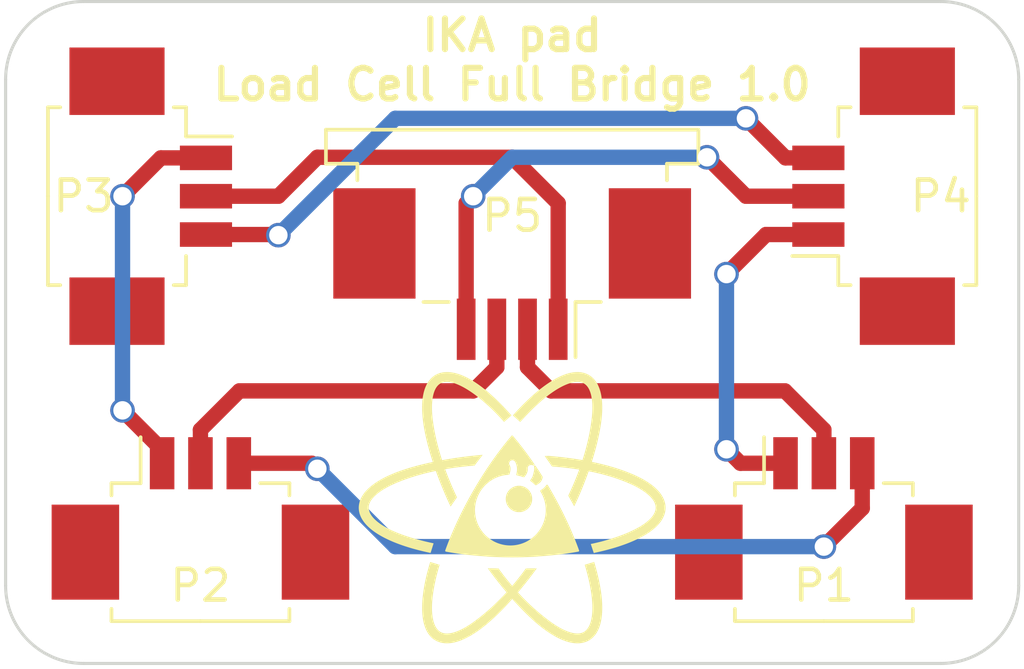
<source format=kicad_pcb>
(kicad_pcb (version 4) (host pcbnew 4.0.7)

  (general
    (links 8)
    (no_connects 0)
    (area 134.569999 95.199999 167.690001 116.890001)
    (thickness 1.6)
    (drawings 9)
    (tracks 53)
    (zones 0)
    (modules 6)
    (nets 9)
  )

  (page A4)
  (layers
    (0 F.Cu signal)
    (31 B.Cu signal)
    (32 B.Adhes user)
    (33 F.Adhes user)
    (34 B.Paste user)
    (35 F.Paste user)
    (36 B.SilkS user)
    (37 F.SilkS user)
    (38 B.Mask user)
    (39 F.Mask user)
    (40 Dwgs.User user)
    (41 Cmts.User user)
    (42 Eco1.User user)
    (43 Eco2.User user)
    (44 Edge.Cuts user)
    (45 Margin user)
    (46 B.CrtYd user)
    (47 F.CrtYd user)
    (48 B.Fab user)
    (49 F.Fab user)
  )

  (setup
    (last_trace_width 0.25)
    (trace_clearance 0.2)
    (zone_clearance 0.508)
    (zone_45_only no)
    (trace_min 0.2)
    (segment_width 0.2)
    (edge_width 0.1)
    (via_size 0.6)
    (via_drill 0.4)
    (via_min_size 0.4)
    (via_min_drill 0.3)
    (uvia_size 0.3)
    (uvia_drill 0.1)
    (uvias_allowed no)
    (uvia_min_size 0.2)
    (uvia_min_drill 0.1)
    (pcb_text_width 0.3)
    (pcb_text_size 1.5 1.5)
    (mod_edge_width 0.15)
    (mod_text_size 1 1)
    (mod_text_width 0.15)
    (pad_size 1.5 1.5)
    (pad_drill 0.6)
    (pad_to_mask_clearance 0)
    (aux_axis_origin 0 0)
    (visible_elements FFFFFF7F)
    (pcbplotparams
      (layerselection 0x00030_80000001)
      (usegerberextensions false)
      (excludeedgelayer true)
      (linewidth 0.100000)
      (plotframeref false)
      (viasonmask false)
      (mode 1)
      (useauxorigin false)
      (hpglpennumber 1)
      (hpglpenspeed 20)
      (hpglpendiameter 15)
      (hpglpenoverlay 2)
      (psnegative false)
      (psa4output false)
      (plotreference true)
      (plotvalue true)
      (plotinvisibletext false)
      (padsonsilk false)
      (subtractmaskfromsilk false)
      (outputformat 1)
      (mirror false)
      (drillshape 1)
      (scaleselection 1)
      (outputdirectory ""))
  )

  (net 0 "")
  (net 1 "Net-(P1-Pad1)")
  (net 2 E-)
  (net 3 "Net-(P1-Pad3)")
  (net 4 "Net-(P2-Pad1)")
  (net 5 S-)
  (net 6 E+)
  (net 7 "Net-(P3-Pad3)")
  (net 8 S+)

  (net_class Default "This is the default net class."
    (clearance 0.2)
    (trace_width 0.25)
    (via_dia 0.6)
    (via_drill 0.4)
    (uvia_dia 0.3)
    (uvia_drill 0.1)
  )

  (net_class thic ""
    (clearance 0.2)
    (trace_width 0.5)
    (via_dia 0.8)
    (via_drill 0.6)
    (uvia_dia 0.3)
    (uvia_drill 0.1)
    (add_net E+)
    (add_net E-)
    (add_net "Net-(P1-Pad1)")
    (add_net "Net-(P1-Pad3)")
    (add_net "Net-(P2-Pad1)")
    (add_net "Net-(P3-Pad3)")
    (add_net S+)
    (add_net S-)
  )

  (module Connectors_Molex:Molex_PicoBlade_53261-0371_03x1.25mm_Angled (layer F.Cu) (tedit 5B07AE9D) (tstamp 5B07F144)
    (at 161.29 111.76)
    (descr "Molex PicoBlade, single row, side entry type, surface mount, PN:53261-0371")
    (tags "connector molex picoblade smt")
    (path /5B078EDA)
    (attr smd)
    (fp_text reference P1 (at 0 2.54) (layer F.SilkS)
      (effects (font (size 1 1) (thickness 0.15)))
    )
    (fp_text value "" (at 0 5) (layer F.Fab)
      (effects (font (size 1 1) (thickness 0.15)))
    )
    (fp_line (start -2.75 3.55) (end -2.75 -0.65) (layer F.Fab) (width 0.1))
    (fp_line (start -2.75 -0.65) (end 2.75 -0.65) (layer F.Fab) (width 0.1))
    (fp_line (start 2.75 -0.65) (end 2.75 3.55) (layer F.Fab) (width 0.1))
    (fp_line (start 2.75 3.55) (end -2.75 3.55) (layer F.Fab) (width 0.1))
    (fp_line (start 2.75 0.35) (end 4.25 0.35) (layer F.Fab) (width 0.1))
    (fp_line (start 4.25 0.35) (end 4.25 3.15) (layer F.Fab) (width 0.1))
    (fp_line (start 4.25 3.15) (end 2.75 3.15) (layer F.Fab) (width 0.1))
    (fp_line (start -2.75 0.35) (end -4.25 0.35) (layer F.Fab) (width 0.1))
    (fp_line (start -4.25 0.35) (end -4.25 3.15) (layer F.Fab) (width 0.1))
    (fp_line (start -4.25 3.15) (end -2.75 3.15) (layer F.Fab) (width 0.1))
    (fp_line (start 1.95 -0.8) (end 2.9 -0.8) (layer F.SilkS) (width 0.12))
    (fp_line (start 2.9 -0.8) (end 2.9 -0.4) (layer F.SilkS) (width 0.12))
    (fp_line (start -1.95 -0.8) (end -2.9 -0.8) (layer F.SilkS) (width 0.12))
    (fp_line (start -2.9 -0.8) (end -2.9 -0.4) (layer F.SilkS) (width 0.12))
    (fp_line (start 2.9 3.3) (end 2.9 3.7) (layer F.SilkS) (width 0.12))
    (fp_line (start 2.9 3.7) (end 0 3.7) (layer F.SilkS) (width 0.12))
    (fp_line (start -2.9 3.3) (end -2.9 3.7) (layer F.SilkS) (width 0.12))
    (fp_line (start -2.9 3.7) (end 0 3.7) (layer F.SilkS) (width 0.12))
    (fp_line (start -1.95 -0.8) (end -1.95 -2.3) (layer F.SilkS) (width 0.12))
    (fp_line (start -1.65 -0.65) (end -1.25 0.15) (layer F.Fab) (width 0.1))
    (fp_line (start -1.25 0.15) (end -0.85 -0.65) (layer F.Fab) (width 0.1))
    (fp_line (start -0.85 -0.65) (end -1.65 -0.65) (layer F.Fab) (width 0.1))
    (fp_line (start 0 -2.85) (end -2.4 -2.85) (layer F.CrtYd) (width 0.05))
    (fp_line (start -2.4 -2.85) (end -2.4 -1.25) (layer F.CrtYd) (width 0.05))
    (fp_line (start -2.4 -1.25) (end -5.4 -1.25) (layer F.CrtYd) (width 0.05))
    (fp_line (start -5.4 -1.25) (end -5.4 4.15) (layer F.CrtYd) (width 0.05))
    (fp_line (start -5.4 4.15) (end 0 4.15) (layer F.CrtYd) (width 0.05))
    (fp_line (start 0 -2.85) (end 2.4 -2.85) (layer F.CrtYd) (width 0.05))
    (fp_line (start 2.4 -2.85) (end 2.4 -1.25) (layer F.CrtYd) (width 0.05))
    (fp_line (start 2.4 -1.25) (end 5.4 -1.25) (layer F.CrtYd) (width 0.05))
    (fp_line (start 5.4 -1.25) (end 5.4 4.15) (layer F.CrtYd) (width 0.05))
    (fp_line (start 5.4 4.15) (end 0 4.15) (layer F.CrtYd) (width 0.05))
    (fp_text user %R (at 0 2.5 180) (layer F.Fab)
      (effects (font (size 1 1) (thickness 0.15)))
    )
    (pad 1 smd rect (at -1.25 -1.45) (size 0.8 1.7) (layers F.Cu F.Paste F.Mask)
      (net 1 "Net-(P1-Pad1)"))
    (pad 2 smd rect (at 0 -1.45) (size 0.8 1.7) (layers F.Cu F.Paste F.Mask)
      (net 2 E-))
    (pad 3 smd rect (at 1.25 -1.45) (size 0.8 1.7) (layers F.Cu F.Paste F.Mask)
      (net 3 "Net-(P1-Pad3)"))
    (pad "" smd rect (at -3.75 1.45) (size 2.2 3.1) (layers F.Cu F.Paste F.Mask))
    (pad "" smd rect (at 3.75 1.45) (size 2.2 3.1) (layers F.Cu F.Paste F.Mask))
    (model ${KISYS3DMOD}/Connectors_Molex.3dshapes/Molex_PicoBlade_53261-0371_03x1.25mm_Angled.wrl
      (at (xyz 0 0 0))
      (scale (xyz 1 1 1))
      (rotate (xyz 0 0 0))
    )
  )

  (module Connectors_Molex:Molex_PicoBlade_53261-0371_03x1.25mm_Angled (layer F.Cu) (tedit 5B07AEA3) (tstamp 5B07F16E)
    (at 140.97 111.76)
    (descr "Molex PicoBlade, single row, side entry type, surface mount, PN:53261-0371")
    (tags "connector molex picoblade smt")
    (path /5B079006)
    (attr smd)
    (fp_text reference P2 (at 0 2.54) (layer F.SilkS)
      (effects (font (size 1 1) (thickness 0.15)))
    )
    (fp_text value "" (at 0 5) (layer F.Fab)
      (effects (font (size 1 1) (thickness 0.15)))
    )
    (fp_line (start -2.75 3.55) (end -2.75 -0.65) (layer F.Fab) (width 0.1))
    (fp_line (start -2.75 -0.65) (end 2.75 -0.65) (layer F.Fab) (width 0.1))
    (fp_line (start 2.75 -0.65) (end 2.75 3.55) (layer F.Fab) (width 0.1))
    (fp_line (start 2.75 3.55) (end -2.75 3.55) (layer F.Fab) (width 0.1))
    (fp_line (start 2.75 0.35) (end 4.25 0.35) (layer F.Fab) (width 0.1))
    (fp_line (start 4.25 0.35) (end 4.25 3.15) (layer F.Fab) (width 0.1))
    (fp_line (start 4.25 3.15) (end 2.75 3.15) (layer F.Fab) (width 0.1))
    (fp_line (start -2.75 0.35) (end -4.25 0.35) (layer F.Fab) (width 0.1))
    (fp_line (start -4.25 0.35) (end -4.25 3.15) (layer F.Fab) (width 0.1))
    (fp_line (start -4.25 3.15) (end -2.75 3.15) (layer F.Fab) (width 0.1))
    (fp_line (start 1.95 -0.8) (end 2.9 -0.8) (layer F.SilkS) (width 0.12))
    (fp_line (start 2.9 -0.8) (end 2.9 -0.4) (layer F.SilkS) (width 0.12))
    (fp_line (start -1.95 -0.8) (end -2.9 -0.8) (layer F.SilkS) (width 0.12))
    (fp_line (start -2.9 -0.8) (end -2.9 -0.4) (layer F.SilkS) (width 0.12))
    (fp_line (start 2.9 3.3) (end 2.9 3.7) (layer F.SilkS) (width 0.12))
    (fp_line (start 2.9 3.7) (end 0 3.7) (layer F.SilkS) (width 0.12))
    (fp_line (start -2.9 3.3) (end -2.9 3.7) (layer F.SilkS) (width 0.12))
    (fp_line (start -2.9 3.7) (end 0 3.7) (layer F.SilkS) (width 0.12))
    (fp_line (start -1.95 -0.8) (end -1.95 -2.3) (layer F.SilkS) (width 0.12))
    (fp_line (start -1.65 -0.65) (end -1.25 0.15) (layer F.Fab) (width 0.1))
    (fp_line (start -1.25 0.15) (end -0.85 -0.65) (layer F.Fab) (width 0.1))
    (fp_line (start -0.85 -0.65) (end -1.65 -0.65) (layer F.Fab) (width 0.1))
    (fp_line (start 0 -2.85) (end -2.4 -2.85) (layer F.CrtYd) (width 0.05))
    (fp_line (start -2.4 -2.85) (end -2.4 -1.25) (layer F.CrtYd) (width 0.05))
    (fp_line (start -2.4 -1.25) (end -5.4 -1.25) (layer F.CrtYd) (width 0.05))
    (fp_line (start -5.4 -1.25) (end -5.4 4.15) (layer F.CrtYd) (width 0.05))
    (fp_line (start -5.4 4.15) (end 0 4.15) (layer F.CrtYd) (width 0.05))
    (fp_line (start 0 -2.85) (end 2.4 -2.85) (layer F.CrtYd) (width 0.05))
    (fp_line (start 2.4 -2.85) (end 2.4 -1.25) (layer F.CrtYd) (width 0.05))
    (fp_line (start 2.4 -1.25) (end 5.4 -1.25) (layer F.CrtYd) (width 0.05))
    (fp_line (start 5.4 -1.25) (end 5.4 4.15) (layer F.CrtYd) (width 0.05))
    (fp_line (start 5.4 4.15) (end 0 4.15) (layer F.CrtYd) (width 0.05))
    (fp_text user %R (at 0 2.5) (layer F.Fab)
      (effects (font (size 1 1) (thickness 0.15)))
    )
    (pad 1 smd rect (at -1.25 -1.45) (size 0.8 1.7) (layers F.Cu F.Paste F.Mask)
      (net 4 "Net-(P2-Pad1)"))
    (pad 2 smd rect (at 0 -1.45) (size 0.8 1.7) (layers F.Cu F.Paste F.Mask)
      (net 5 S-))
    (pad 3 smd rect (at 1.25 -1.45) (size 0.8 1.7) (layers F.Cu F.Paste F.Mask)
      (net 3 "Net-(P1-Pad3)"))
    (pad "" smd rect (at -3.75 1.45) (size 2.2 3.1) (layers F.Cu F.Paste F.Mask))
    (pad "" smd rect (at 3.75 1.45) (size 2.2 3.1) (layers F.Cu F.Paste F.Mask))
    (model ${KISYS3DMOD}/Connectors_Molex.3dshapes/Molex_PicoBlade_53261-0371_03x1.25mm_Angled.wrl
      (at (xyz 0 0 0))
      (scale (xyz 1 1 1))
      (rotate (xyz 0 0 0))
    )
  )

  (module Connectors_Molex:Molex_PicoBlade_53261-0371_03x1.25mm_Angled (layer F.Cu) (tedit 5B07AE80) (tstamp 5B07F198)
    (at 139.7 101.6 270)
    (descr "Molex PicoBlade, single row, side entry type, surface mount, PN:53261-0371")
    (tags "connector molex picoblade smt")
    (path /5B0790C0)
    (attr smd)
    (fp_text reference P3 (at 0 2.54 360) (layer F.SilkS)
      (effects (font (size 1 1) (thickness 0.15)))
    )
    (fp_text value "" (at 0 5 270) (layer F.Fab)
      (effects (font (size 1 1) (thickness 0.15)))
    )
    (fp_line (start -2.75 3.55) (end -2.75 -0.65) (layer F.Fab) (width 0.1))
    (fp_line (start -2.75 -0.65) (end 2.75 -0.65) (layer F.Fab) (width 0.1))
    (fp_line (start 2.75 -0.65) (end 2.75 3.55) (layer F.Fab) (width 0.1))
    (fp_line (start 2.75 3.55) (end -2.75 3.55) (layer F.Fab) (width 0.1))
    (fp_line (start 2.75 0.35) (end 4.25 0.35) (layer F.Fab) (width 0.1))
    (fp_line (start 4.25 0.35) (end 4.25 3.15) (layer F.Fab) (width 0.1))
    (fp_line (start 4.25 3.15) (end 2.75 3.15) (layer F.Fab) (width 0.1))
    (fp_line (start -2.75 0.35) (end -4.25 0.35) (layer F.Fab) (width 0.1))
    (fp_line (start -4.25 0.35) (end -4.25 3.15) (layer F.Fab) (width 0.1))
    (fp_line (start -4.25 3.15) (end -2.75 3.15) (layer F.Fab) (width 0.1))
    (fp_line (start 1.95 -0.8) (end 2.9 -0.8) (layer F.SilkS) (width 0.12))
    (fp_line (start 2.9 -0.8) (end 2.9 -0.4) (layer F.SilkS) (width 0.12))
    (fp_line (start -1.95 -0.8) (end -2.9 -0.8) (layer F.SilkS) (width 0.12))
    (fp_line (start -2.9 -0.8) (end -2.9 -0.4) (layer F.SilkS) (width 0.12))
    (fp_line (start 2.9 3.3) (end 2.9 3.7) (layer F.SilkS) (width 0.12))
    (fp_line (start 2.9 3.7) (end 0 3.7) (layer F.SilkS) (width 0.12))
    (fp_line (start -2.9 3.3) (end -2.9 3.7) (layer F.SilkS) (width 0.12))
    (fp_line (start -2.9 3.7) (end 0 3.7) (layer F.SilkS) (width 0.12))
    (fp_line (start -1.95 -0.8) (end -1.95 -2.3) (layer F.SilkS) (width 0.12))
    (fp_line (start -1.65 -0.65) (end -1.25 0.15) (layer F.Fab) (width 0.1))
    (fp_line (start -1.25 0.15) (end -0.85 -0.65) (layer F.Fab) (width 0.1))
    (fp_line (start -0.85 -0.65) (end -1.65 -0.65) (layer F.Fab) (width 0.1))
    (fp_line (start 0 -2.85) (end -2.4 -2.85) (layer F.CrtYd) (width 0.05))
    (fp_line (start -2.4 -2.85) (end -2.4 -1.25) (layer F.CrtYd) (width 0.05))
    (fp_line (start -2.4 -1.25) (end -5.4 -1.25) (layer F.CrtYd) (width 0.05))
    (fp_line (start -5.4 -1.25) (end -5.4 4.15) (layer F.CrtYd) (width 0.05))
    (fp_line (start -5.4 4.15) (end 0 4.15) (layer F.CrtYd) (width 0.05))
    (fp_line (start 0 -2.85) (end 2.4 -2.85) (layer F.CrtYd) (width 0.05))
    (fp_line (start 2.4 -2.85) (end 2.4 -1.25) (layer F.CrtYd) (width 0.05))
    (fp_line (start 2.4 -1.25) (end 5.4 -1.25) (layer F.CrtYd) (width 0.05))
    (fp_line (start 5.4 -1.25) (end 5.4 4.15) (layer F.CrtYd) (width 0.05))
    (fp_line (start 5.4 4.15) (end 0 4.15) (layer F.CrtYd) (width 0.05))
    (fp_text user %R (at 0 2.5 360) (layer F.Fab)
      (effects (font (size 1 1) (thickness 0.15)))
    )
    (pad 1 smd rect (at -1.25 -1.45 270) (size 0.8 1.7) (layers F.Cu F.Paste F.Mask)
      (net 4 "Net-(P2-Pad1)"))
    (pad 2 smd rect (at 0 -1.45 270) (size 0.8 1.7) (layers F.Cu F.Paste F.Mask)
      (net 6 E+))
    (pad 3 smd rect (at 1.25 -1.45 270) (size 0.8 1.7) (layers F.Cu F.Paste F.Mask)
      (net 7 "Net-(P3-Pad3)"))
    (pad "" smd rect (at -3.75 1.45 270) (size 2.2 3.1) (layers F.Cu F.Paste F.Mask))
    (pad "" smd rect (at 3.75 1.45 270) (size 2.2 3.1) (layers F.Cu F.Paste F.Mask))
    (model ${KISYS3DMOD}/Connectors_Molex.3dshapes/Molex_PicoBlade_53261-0371_03x1.25mm_Angled.wrl
      (at (xyz 0 0 0))
      (scale (xyz 1 1 1))
      (rotate (xyz 0 0 0))
    )
  )

  (module Connectors_Molex:Molex_PicoBlade_53261-0371_03x1.25mm_Angled (layer F.Cu) (tedit 5B07AE8F) (tstamp 5B07F1C2)
    (at 162.56 101.6 90)
    (descr "Molex PicoBlade, single row, side entry type, surface mount, PN:53261-0371")
    (tags "connector molex picoblade smt")
    (path /5B078E48)
    (attr smd)
    (fp_text reference P4 (at 0 2.54 180) (layer F.SilkS)
      (effects (font (size 1 1) (thickness 0.15)))
    )
    (fp_text value "" (at 0 5 90) (layer F.Fab)
      (effects (font (size 1 1) (thickness 0.15)))
    )
    (fp_line (start -2.75 3.55) (end -2.75 -0.65) (layer F.Fab) (width 0.1))
    (fp_line (start -2.75 -0.65) (end 2.75 -0.65) (layer F.Fab) (width 0.1))
    (fp_line (start 2.75 -0.65) (end 2.75 3.55) (layer F.Fab) (width 0.1))
    (fp_line (start 2.75 3.55) (end -2.75 3.55) (layer F.Fab) (width 0.1))
    (fp_line (start 2.75 0.35) (end 4.25 0.35) (layer F.Fab) (width 0.1))
    (fp_line (start 4.25 0.35) (end 4.25 3.15) (layer F.Fab) (width 0.1))
    (fp_line (start 4.25 3.15) (end 2.75 3.15) (layer F.Fab) (width 0.1))
    (fp_line (start -2.75 0.35) (end -4.25 0.35) (layer F.Fab) (width 0.1))
    (fp_line (start -4.25 0.35) (end -4.25 3.15) (layer F.Fab) (width 0.1))
    (fp_line (start -4.25 3.15) (end -2.75 3.15) (layer F.Fab) (width 0.1))
    (fp_line (start 1.95 -0.8) (end 2.9 -0.8) (layer F.SilkS) (width 0.12))
    (fp_line (start 2.9 -0.8) (end 2.9 -0.4) (layer F.SilkS) (width 0.12))
    (fp_line (start -1.95 -0.8) (end -2.9 -0.8) (layer F.SilkS) (width 0.12))
    (fp_line (start -2.9 -0.8) (end -2.9 -0.4) (layer F.SilkS) (width 0.12))
    (fp_line (start 2.9 3.3) (end 2.9 3.7) (layer F.SilkS) (width 0.12))
    (fp_line (start 2.9 3.7) (end 0 3.7) (layer F.SilkS) (width 0.12))
    (fp_line (start -2.9 3.3) (end -2.9 3.7) (layer F.SilkS) (width 0.12))
    (fp_line (start -2.9 3.7) (end 0 3.7) (layer F.SilkS) (width 0.12))
    (fp_line (start -1.95 -0.8) (end -1.95 -2.3) (layer F.SilkS) (width 0.12))
    (fp_line (start -1.65 -0.65) (end -1.25 0.15) (layer F.Fab) (width 0.1))
    (fp_line (start -1.25 0.15) (end -0.85 -0.65) (layer F.Fab) (width 0.1))
    (fp_line (start -0.85 -0.65) (end -1.65 -0.65) (layer F.Fab) (width 0.1))
    (fp_line (start 0 -2.85) (end -2.4 -2.85) (layer F.CrtYd) (width 0.05))
    (fp_line (start -2.4 -2.85) (end -2.4 -1.25) (layer F.CrtYd) (width 0.05))
    (fp_line (start -2.4 -1.25) (end -5.4 -1.25) (layer F.CrtYd) (width 0.05))
    (fp_line (start -5.4 -1.25) (end -5.4 4.15) (layer F.CrtYd) (width 0.05))
    (fp_line (start -5.4 4.15) (end 0 4.15) (layer F.CrtYd) (width 0.05))
    (fp_line (start 0 -2.85) (end 2.4 -2.85) (layer F.CrtYd) (width 0.05))
    (fp_line (start 2.4 -2.85) (end 2.4 -1.25) (layer F.CrtYd) (width 0.05))
    (fp_line (start 2.4 -1.25) (end 5.4 -1.25) (layer F.CrtYd) (width 0.05))
    (fp_line (start 5.4 -1.25) (end 5.4 4.15) (layer F.CrtYd) (width 0.05))
    (fp_line (start 5.4 4.15) (end 0 4.15) (layer F.CrtYd) (width 0.05))
    (fp_text user %R (at 0 2.5 180) (layer F.Fab)
      (effects (font (size 1 1) (thickness 0.15)))
    )
    (pad 1 smd rect (at -1.25 -1.45 90) (size 0.8 1.7) (layers F.Cu F.Paste F.Mask)
      (net 1 "Net-(P1-Pad1)"))
    (pad 2 smd rect (at 0 -1.45 90) (size 0.8 1.7) (layers F.Cu F.Paste F.Mask)
      (net 8 S+))
    (pad 3 smd rect (at 1.25 -1.45 90) (size 0.8 1.7) (layers F.Cu F.Paste F.Mask)
      (net 7 "Net-(P3-Pad3)"))
    (pad "" smd rect (at -3.75 1.45 90) (size 2.2 3.1) (layers F.Cu F.Paste F.Mask))
    (pad "" smd rect (at 3.75 1.45 90) (size 2.2 3.1) (layers F.Cu F.Paste F.Mask))
    (model ${KISYS3DMOD}/Connectors_Molex.3dshapes/Molex_PicoBlade_53261-0371_03x1.25mm_Angled.wrl
      (at (xyz 0 0 0))
      (scale (xyz 1 1 1))
      (rotate (xyz 0 0 0))
    )
  )

  (module Connector_FFC-FPC:TE_84952-4_1x04-1MP_P1.0mm_Horizontal (layer F.Cu) (tedit 5B07AE6B) (tstamp 5B07F1EC)
    (at 151.13 104.14 180)
    (descr "TE FPC connector, 04 bottom-side contacts, 1.0mm pitch, 1.0mm height, SMT, http://www.te.com/commerce/DocumentDelivery/DDEController?Action=srchrtrv&DocNm=84952&DocType=Customer+Drawing&DocLang=English&DocFormat=pdf&PartCntxt=84952-4")
    (tags "te fpc 84952")
    (path /5B0795CB)
    (attr smd)
    (fp_text reference P5 (at 0 1.905 180) (layer F.SilkS)
      (effects (font (size 1 1) (thickness 0.15)))
    )
    (fp_text value "" (at 0 7.7 180) (layer F.Fab)
      (effects (font (size 1 1) (thickness 0.15)))
    )
    (fp_line (start -4.935 -0.8) (end 4.935 -0.8) (layer F.Fab) (width 0.1))
    (fp_line (start 4.935 -0.8) (end 4.935 3.71) (layer F.Fab) (width 0.1))
    (fp_line (start 4.935 3.71) (end 5.96 3.71) (layer F.Fab) (width 0.1))
    (fp_line (start 5.96 3.71) (end 5.96 4.6) (layer F.Fab) (width 0.1))
    (fp_line (start 5.96 4.6) (end -5.96 4.6) (layer F.Fab) (width 0.1))
    (fp_line (start -5.96 4.6) (end -5.96 3.71) (layer F.Fab) (width 0.1))
    (fp_line (start -5.96 3.71) (end -4.935 3.71) (layer F.Fab) (width 0.1))
    (fp_line (start -4.935 3.71) (end -4.935 -0.8) (layer F.Fab) (width 0.1))
    (fp_line (start -2 -0.8) (end -1.5 0.2) (layer F.Fab) (width 0.1))
    (fp_line (start -1.5 0.2) (end -1 -0.8) (layer F.Fab) (width 0.1))
    (fp_line (start 4.935 4.6) (end 4.935 5.61) (layer F.Fab) (width 0.1))
    (fp_line (start 4.935 5.61) (end 5.96 5.61) (layer F.Fab) (width 0.1))
    (fp_line (start 5.96 5.61) (end 5.96 6.5) (layer F.Fab) (width 0.1))
    (fp_line (start 5.96 6.5) (end -5.96 6.5) (layer F.Fab) (width 0.1))
    (fp_line (start -5.96 6.5) (end -5.96 5.61) (layer F.Fab) (width 0.1))
    (fp_line (start -5.96 5.61) (end -4.935 5.61) (layer F.Fab) (width 0.1))
    (fp_line (start -4.935 5.61) (end -4.935 4.6) (layer F.Fab) (width 0.1))
    (fp_line (start 5.045 3.06) (end 5.045 3.6) (layer F.SilkS) (width 0.12))
    (fp_line (start 5.045 3.6) (end 6.07 3.6) (layer F.SilkS) (width 0.12))
    (fp_line (start 6.07 3.6) (end 6.07 4.71) (layer F.SilkS) (width 0.12))
    (fp_line (start 6.07 4.71) (end -6.07 4.71) (layer F.SilkS) (width 0.12))
    (fp_line (start -6.07 4.71) (end -6.07 3.6) (layer F.SilkS) (width 0.12))
    (fp_line (start -6.07 3.6) (end -5.045 3.6) (layer F.SilkS) (width 0.12))
    (fp_line (start -5.045 3.6) (end -5.045 3.06) (layer F.SilkS) (width 0.12))
    (fp_line (start -2.89 -0.91) (end -2.065 -0.91) (layer F.SilkS) (width 0.12))
    (fp_line (start -2.065 -0.91) (end -2.065 -2.71) (layer F.SilkS) (width 0.12))
    (fp_line (start 2.065 -0.91) (end 2.89 -0.91) (layer F.SilkS) (width 0.12))
    (fp_line (start -6.46 -3.3) (end -6.46 7) (layer F.CrtYd) (width 0.05))
    (fp_line (start -6.46 7) (end 6.46 7) (layer F.CrtYd) (width 0.05))
    (fp_line (start 6.46 7) (end 6.46 -3.3) (layer F.CrtYd) (width 0.05))
    (fp_line (start 6.46 -3.3) (end -6.46 -3.3) (layer F.CrtYd) (width 0.05))
    (fp_text user %R (at 0 1.9 180) (layer F.Fab)
      (effects (font (size 1 1) (thickness 0.15)))
    )
    (pad 1 smd rect (at -1.5 -1.8 180) (size 0.61 2) (layers F.Cu F.Paste F.Mask)
      (net 6 E+))
    (pad 2 smd rect (at -0.5 -1.8 180) (size 0.61 2) (layers F.Cu F.Paste F.Mask)
      (net 2 E-))
    (pad 3 smd rect (at 0.5 -1.8 180) (size 0.61 2) (layers F.Cu F.Paste F.Mask)
      (net 5 S-))
    (pad 4 smd rect (at 1.5 -1.8 180) (size 0.61 2) (layers F.Cu F.Paste F.Mask)
      (net 8 S+))
    (pad MP smd rect (at -4.49 1 180) (size 2.68 3.6) (layers F.Cu F.Paste F.Mask))
    (pad MP smd rect (at 4.49 1 180) (size 2.68 3.6) (layers F.Cu F.Paste F.Mask))
    (model ${KISYS3DMOD}/Connector_FFC-FPC.3dshapes/TE_84952-4_1x04-1MP_P1.0mm_Horizontal.wrl
      (at (xyz 0 0 0))
      (scale (xyz 1 1 1))
      (rotate (xyz 0 0 0))
    )
  )

  (module logos:cutelab_1cm (layer F.Cu) (tedit 5B07AD3E) (tstamp 5B07FCC2)
    (at 151.13 111.76)
    (descr "Imported from cutelab_inverti_path.svg")
    (tags svg2mod)
    (attr smd)
    (fp_text reference svg2mod (at 0 -7.477367) (layer F.SilkS) hide
      (effects (font (thickness 0.3048)))
    )
    (fp_text value G*** (at 0 7.477367) (layer F.SilkS) hide
      (effects (font (thickness 0.3048)))
    )
    (fp_poly (pts (xy -0.960071 -1.724139) (xy -0.986604 -1.722017) (xy -1.013148 -1.719836) (xy -1.039703 -1.717596)
      (xy -1.066266 -1.715298) (xy -1.092837 -1.712941) (xy -1.119413 -1.710528) (xy -1.145994 -1.708057)
      (xy -1.172577 -1.705529) (xy -1.199162 -1.702944) (xy -1.225745 -1.700303) (xy -1.252327 -1.697607)
      (xy -1.278906 -1.694854) (xy -1.305479 -1.692047) (xy -1.332046 -1.689185) (xy -1.358604 -1.686268)
      (xy -1.385153 -1.683298) (xy -1.411691 -1.680273) (xy -1.438215 -1.677195) (xy -1.464726 -1.674064)
      (xy -1.491221 -1.670881) (xy -1.517698 -1.667645) (xy -1.544157 -1.664357) (xy -1.570595 -1.661017)
      (xy -1.597011 -1.657626) (xy -1.623403 -1.654185) (xy -1.649771 -1.650692) (xy -1.676112 -1.647149)
      (xy -1.702425 -1.643557) (xy -1.728708 -1.639915) (xy -1.75496 -1.636223) (xy -1.781179 -1.632483)
      (xy -1.807364 -1.628694) (xy -1.833513 -1.624858) (xy -1.859625 -1.620973) (xy -1.885698 -1.617041)
      (xy -1.911731 -1.613062) (xy -1.937721 -1.609036) (xy -1.963668 -1.604964) (xy -1.98957 -1.600845)
      (xy -2.015426 -1.596681) (xy -2.041233 -1.592472) (xy -2.066991 -1.588218) (xy -2.092697 -1.583919)
      (xy -2.118351 -1.579575) (xy -2.143951 -1.575188) (xy -2.169495 -1.570758) (xy -2.194981 -1.566284)
      (xy -2.220409 -1.561767) (xy -2.245776 -1.557207) (xy -2.271081 -1.552606) (xy -2.296323 -1.547962)
      (xy -2.3215 -1.543278) (xy -2.34661 -1.538552) (xy -2.371652 -1.533785) (xy -2.396625 -1.528978)
      (xy -2.421526 -1.52413) (xy -2.446355 -1.519243) (xy -2.471109 -1.514317) (xy -2.495788 -1.509352)
      (xy -2.520389 -1.504348) (xy -2.544912 -1.499305) (xy -2.569354 -1.494225) (xy -2.598389 -1.488119)
      (xy -2.627306 -1.481959) (xy -2.6561 -1.475748) (xy -2.68477 -1.469485) (xy -2.713314 -1.46317)
      (xy -2.741728 -1.456805) (xy -2.77001 -1.450391) (xy -2.798157 -1.443927) (xy -2.826167 -1.437414)
      (xy -2.854037 -1.430853) (xy -2.881764 -1.424244) (xy -2.909347 -1.417589) (xy -2.936781 -1.410887)
      (xy -2.964066 -1.40414) (xy -2.991197 -1.397347) (xy -3.018173 -1.39051) (xy -3.044991 -1.383629)
      (xy -3.071648 -1.376705) (xy -3.098141 -1.369737) (xy -3.124469 -1.362728) (xy -3.150628 -1.355677)
      (xy -3.176616 -1.348585) (xy -3.20243 -1.341453) (xy -3.228068 -1.334281) (xy -3.253527 -1.327069)
      (xy -3.278804 -1.319819) (xy -3.303897 -1.312531) (xy -3.328803 -1.305206) (xy -3.35352 -1.297844)
      (xy -3.378044 -1.290445) (xy -3.402375 -1.283011) (xy -3.426508 -1.275542) (xy -3.450441 -1.268039)
      (xy -3.474171 -1.260501) (xy -3.497697 -1.252931) (xy -3.521015 -1.245327) (xy -3.544123 -1.237692)
      (xy -3.567018 -1.230025) (xy -3.589697 -1.222328) (xy -3.612158 -1.2146) (xy -3.634399 -1.206842)
      (xy -3.656416 -1.199055) (xy -3.678208 -1.19124) (xy -3.699771 -1.183397) (xy -3.721103 -1.175527)
      (xy -3.742201 -1.16763) (xy -3.763063 -1.159706) (xy -3.783686 -1.151758) (xy -3.804068 -1.143784)
      (xy -3.824205 -1.135786) (xy -3.844096 -1.127764) (xy -3.863737 -1.119719) (xy -3.888987 -1.109211)
      (xy -3.913996 -1.098631) (xy -3.938761 -1.087979) (xy -3.963283 -1.077255) (xy -3.987559 -1.066458)
      (xy -4.01159 -1.055588) (xy -4.035373 -1.044644) (xy -4.058908 -1.033626) (xy -4.082193 -1.022532)
      (xy -4.105228 -1.011364) (xy -4.128012 -1.000119) (xy -4.150542 -0.988798) (xy -4.172819 -0.977399)
      (xy -4.194841 -0.965923) (xy -4.216607 -0.95437) (xy -4.238116 -0.942737) (xy -4.259366 -0.931026)
      (xy -4.280357 -0.919235) (xy -4.301088 -0.907363) (xy -4.321558 -0.895411) (xy -4.345303 -0.881246)
      (xy -4.368683 -0.866968) (xy -4.391696 -0.852576) (xy -4.41434 -0.838069) (xy -4.436614 -0.823446)
      (xy -4.458515 -0.808706) (xy -4.480042 -0.793849) (xy -4.501193 -0.778874) (xy -4.521966 -0.76378)
      (xy -4.54236 -0.748565) (xy -4.562372 -0.73323) (xy -4.582001 -0.717773) (xy -4.601245 -0.702194)
      (xy -4.620103 -0.686491) (xy -4.638572 -0.670664) (xy -4.65665 -0.654712) (xy -4.674337 -0.638634)
      (xy -4.693918 -0.620226) (xy -4.71301 -0.601592) (xy -4.731601 -0.582735) (xy -4.749678 -0.563658)
      (xy -4.76723 -0.544364) (xy -4.784244 -0.524857) (xy -4.800709 -0.505139) (xy -4.816612 -0.485213)
      (xy -4.831941 -0.465084) (xy -4.846685 -0.444753) (xy -4.860831 -0.424224) (xy -4.874367 -0.4035)
      (xy -4.887282 -0.382585) (xy -4.899562 -0.361481) (xy -4.911196 -0.340191) (xy -4.922931 -0.317179)
      (xy -4.933896 -0.293961) (xy -4.944076 -0.270541) (xy -4.953455 -0.246924) (xy -4.962021 -0.223113)
      (xy -4.969756 -0.199112) (xy -4.976647 -0.174925) (xy -4.98268 -0.150555) (xy -4.987838 -0.126007)
      (xy -4.992107 -0.101285) (xy -4.995473 -0.076391) (xy -4.99792 -0.051331) (xy -4.999434 -0.026108)
      (xy -5 -0.000726) (xy -5 -0.000435) (xy -5 -0.000117) (xy -5 0.000174)
      (xy -5 0.000465) (xy -4.999469 0.025394) (xy -4.998057 0.050142) (xy -4.995773 0.074709)
      (xy -4.992627 0.099096) (xy -4.988629 0.123301) (xy -4.983789 0.147325) (xy -4.978115 0.171166)
      (xy -4.971619 0.194826) (xy -4.96431 0.218304) (xy -4.956197 0.241599) (xy -4.947291 0.264711)
      (xy -4.937602 0.28764) (xy -4.927138 0.310385) (xy -4.91591 0.332948) (xy -4.903927 0.355326)
      (xy -4.8912 0.37752) (xy -4.877738 0.39953) (xy -4.863551 0.421356) (xy -4.848648 0.442997)
      (xy -4.83304 0.464452) (xy -4.816736 0.485723) (xy -4.80251 0.503447) (xy -4.787806 0.521039)
      (xy -4.772629 0.538501) (xy -4.756986 0.555831) (xy -4.740882 0.573029) (xy -4.724323 0.590096)
      (xy -4.707314 0.607031) (xy -4.689862 0.623834) (xy -4.671973 0.640505) (xy -4.653651 0.657043)
      (xy -4.634903 0.673449) (xy -4.615735 0.689722) (xy -4.596153 0.705862) (xy -4.576161 0.72187)
      (xy -4.555767 0.737744) (xy -4.534976 0.753485) (xy -4.513793 0.769093) (xy -4.492225 0.784567)
      (xy -4.470277 0.799907) (xy -4.447955 0.815113) (xy -4.425264 0.830185) (xy -4.402212 0.845123)
      (xy -4.378803 0.859926) (xy -4.355043 0.874595) (xy -4.330938 0.88913) (xy -4.311234 0.900763)
      (xy -4.291278 0.912331) (xy -4.27107 0.923833) (xy -4.250611 0.935269) (xy -4.229902 0.946637)
      (xy -4.208943 0.957939) (xy -4.187736 0.969174) (xy -4.16628 0.980341) (xy -4.144576 0.99144)
      (xy -4.122626 1.002472) (xy -4.100429 1.013435) (xy -4.077987 1.02433) (xy -4.055301 1.035157)
      (xy -4.03237 1.045914) (xy -4.009196 1.056603) (xy -3.98578 1.067222) (xy -3.962122 1.077771)
      (xy -3.938222 1.088251) (xy -3.914082 1.09866) (xy -3.889702 1.108999) (xy -3.865084 1.119267)
      (xy -3.840227 1.129465) (xy -3.815132 1.139591) (xy -3.7898 1.149646) (xy -3.764233 1.159629)
      (xy -3.738429 1.169541) (xy -3.712391 1.17938) (xy -3.686119 1.189147) (xy -3.659614 1.198841)
      (xy -3.632875 1.208463) (xy -3.605905 1.218011) (xy -3.583732 1.225746) (xy -3.561405 1.233433)
      (xy -3.538925 1.24107) (xy -3.516292 1.248657) (xy -3.493507 1.256196) (xy -3.47057 1.263685)
      (xy -3.447481 1.271124) (xy -3.424241 1.278514) (xy -3.40085 1.285854) (xy -3.377309 1.293143)
      (xy -3.353618 1.300383) (xy -3.329777 1.307572) (xy -3.305787 1.314711) (xy -3.281648 1.321799)
      (xy -3.25736 1.328837) (xy -3.232924 1.335824) (xy -3.20834 1.342759) (xy -3.183609 1.349644)
      (xy -3.158731 1.356477) (xy -3.133707 1.363259) (xy -3.108536 1.36999) (xy -3.083219 1.376669)
      (xy -3.057757 1.383296) (xy -3.03215 1.389871) (xy -3.006398 1.396394) (xy -2.980502 1.402865)
      (xy -2.954462 1.409283) (xy -2.928278 1.41565) (xy -2.901951 1.421963) (xy -2.875482 1.428224)
      (xy -2.84887 1.434432) (xy -2.822116 1.440587) (xy -2.79522 1.446689) (xy -2.768183 1.452737)
      (xy -2.741006 1.458733) (xy -2.713687 1.464674) (xy -2.686229 1.470562) (xy -2.658631 1.476397)
      (xy -2.609768 1.318991) (xy -2.560905 1.161585) (xy -2.588311 1.155792) (xy -2.615598 1.149943)
      (xy -2.642765 1.144039) (xy -2.66981 1.138079) (xy -2.696732 1.132064) (xy -2.723529 1.125996)
      (xy -2.7502 1.119873) (xy -2.776742 1.113698) (xy -2.803155 1.107469) (xy -2.829437 1.101188)
      (xy -2.855586 1.094856) (xy -2.881601 1.088472) (xy -2.90748 1.082038) (xy -2.933221 1.075553)
      (xy -2.958823 1.069018) (xy -2.984285 1.062434) (xy -3.009604 1.055801) (xy -3.034779 1.04912)
      (xy -3.059809 1.042391) (xy -3.084692 1.035614) (xy -3.109427 1.02879) (xy -3.134011 1.02192)
      (xy -3.158443 1.015004) (xy -3.182722 1.008043) (xy -3.206847 1.001036) (xy -3.230814 0.993985)
      (xy -3.254624 0.98689) (xy -3.278274 0.979752) (xy -3.301762 0.97257) (xy -3.325088 0.965346)
      (xy -3.348249 0.95808) (xy -3.371245 0.950772) (xy -3.394073 0.943423) (xy -3.416731 0.936034)
      (xy -3.439219 0.928604) (xy -3.461534 0.921135) (xy -3.483676 0.913626) (xy -3.511671 0.90399)
      (xy -3.539376 0.894293) (xy -3.566789 0.884534) (xy -3.593907 0.874715) (xy -3.620726 0.864837)
      (xy -3.647243 0.854901) (xy -3.673454 0.844909) (xy -3.699357 0.83486) (xy -3.724948 0.824757)
      (xy -3.750223 0.8146) (xy -3.77518 0.804389) (xy -3.799815 0.794127) (xy -3.824125 0.783814)
      (xy -3.848106 0.773451) (xy -3.871756 0.763039) (xy -3.895071 0.75258) (xy -3.918047 0.742073)
      (xy -3.940682 0.731521) (xy -3.962972 0.720924) (xy -3.984914 0.710283) (xy -4.006504 0.699599)
      (xy -4.02774 0.688873) (xy -4.048617 0.678106) (xy -4.069134 0.6673) (xy -4.089285 0.656455)
      (xy -4.109069 0.645572) (xy -4.128482 0.634652) (xy -4.14752 0.623697) (xy -4.166181 0.612706)
      (xy -4.192552 0.596757) (xy -4.218168 0.580793) (xy -4.243035 0.564819) (xy -4.267156 0.548838)
      (xy -4.290536 0.532853) (xy -4.313181 0.51687) (xy -4.335093 0.50089) (xy -4.35628 0.484918)
      (xy -4.376743 0.468958) (xy -4.39649 0.453013) (xy -4.415523 0.437087) (xy -4.433848 0.421184)
      (xy -4.451469 0.405307) (xy -4.46839 0.38946) (xy -4.484618 0.373647) (xy -4.500155 0.35787)
      (xy -4.515007 0.342135) (xy -4.529179 0.326445) (xy -4.542674 0.310803) (xy -4.555498 0.295213)
      (xy -4.573926 0.271338) (xy -4.590793 0.247608) (xy -4.606115 0.224038) (xy -4.619909 0.200639)
      (xy -4.632192 0.177425) (xy -4.64298 0.154411) (xy -4.652292 0.131609) (xy -4.660142 0.109032)
      (xy -4.666548 0.086694) (xy -4.671528 0.064609) (xy -4.675097 0.04279) (xy -4.677272 0.021249)
      (xy -4.678071 0.000002) (xy -4.677199 -0.023478) (xy -4.674776 -0.047161) (xy -4.670764 -0.071051)
      (xy -4.665121 -0.095152) (xy -4.65781 -0.119467) (xy -4.64879 -0.144002) (xy -4.638023 -0.168758)
      (xy -4.62547 -0.193741) (xy -4.615196 -0.212055) (xy -4.603941 -0.230492) (xy -4.59169 -0.249053)
      (xy -4.578428 -0.26774) (xy -4.56414 -0.286555) (xy -4.548811 -0.305499) (xy -4.532426 -0.324574)
      (xy -4.51497 -0.34378) (xy -4.496427 -0.36312) (xy -4.476783 -0.382595) (xy -4.456022 -0.402206)
      (xy -4.438915 -0.41769) (xy -4.421146 -0.433179) (xy -4.402718 -0.448667) (xy -4.383637 -0.46415)
      (xy -4.363907 -0.479623) (xy -4.343532 -0.495082) (xy -4.322517 -0.510522) (xy -4.300866 -0.525939)
      (xy -4.278582 -0.541327) (xy -4.255672 -0.556683) (xy -4.232139 -0.572002) (xy -4.207987 -0.587278)
      (xy -4.18322 -0.602508) (xy -4.157844 -0.617688) (xy -4.137688 -0.629455) (xy -4.117168 -0.641187)
      (xy -4.096286 -0.652881) (xy -4.075044 -0.664535) (xy -4.053443 -0.676147) (xy -4.031487 -0.687714)
      (xy -4.009176 -0.699234) (xy -3.986514 -0.710706) (xy -3.963501 -0.722127) (xy -3.940141 -0.733494)
      (xy -3.916436 -0.744807) (xy -3.892386 -0.756062) (xy -3.867995 -0.767257) (xy -3.843264 -0.778391)
      (xy -3.818196 -0.789461) (xy -3.792792 -0.800465) (xy -3.767055 -0.811401) (xy -3.740986 -0.822266)
      (xy -3.719451 -0.831106) (xy -3.697772 -0.839904) (xy -3.67595 -0.848659) (xy -3.653982 -0.857372)
      (xy -3.631869 -0.866042) (xy -3.609611 -0.874667) (xy -3.587205 -0.883247) (xy -3.564653 -0.891783)
      (xy -3.541952 -0.900272) (xy -3.519103 -0.908715) (xy -3.496105 -0.91711) (xy -3.472956 -0.925458)
      (xy -3.449658 -0.933757) (xy -3.426208 -0.942007) (xy -3.402606 -0.950208) (xy -3.378852 -0.958359)
      (xy -3.354945 -0.966458) (xy -3.330884 -0.974506) (xy -3.306669 -0.982502) (xy -3.282298 -0.990446)
      (xy -3.257773 -0.998336) (xy -3.23309 -1.006172) (xy -3.208251 -1.013954) (xy -3.183254 -1.021681)
      (xy -3.158099 -1.029352) (xy -3.132785 -1.036966) (xy -3.107312 -1.044524) (xy -3.081678 -1.052024)
      (xy -3.055884 -1.059466) (xy -3.029928 -1.066849) (xy -3.00381 -1.074173) (xy -2.977529 -1.081436)
      (xy -2.951085 -1.08864) (xy -2.924476 -1.095781) (xy -2.897703 -1.102861) (xy -2.870765 -1.109879)
      (xy -2.84366 -1.116834) (xy -2.816389 -1.123725) (xy -2.788951 -1.130551) (xy -2.761345 -1.137313)
      (xy -2.73357 -1.144009) (xy -2.705626 -1.150639) (xy -2.677512 -1.157203) (xy -2.649228 -1.163699)
      (xy -2.626477 -1.168847) (xy -2.603617 -1.173951) (xy -2.580646 -1.179011) (xy -2.557565 -1.184026)
      (xy -2.534372 -1.188997) (xy -2.511069 -1.193923) (xy -2.487654 -1.198804) (xy -2.464127 -1.203639)
      (xy -2.440488 -1.208427) (xy -2.416737 -1.21317) (xy -2.392873 -1.217866) (xy -2.368895 -1.222515)
      (xy -2.344804 -1.227117) (xy -2.320599 -1.231671) (xy -2.29628 -1.236177) (xy -2.271847 -1.240635)
      (xy -2.247299 -1.245045) (xy -2.222635 -1.249406) (xy -2.197856 -1.253718) (xy -2.172961 -1.25798)
      (xy -2.147951 -1.262193) (xy -2.122823 -1.266355) (xy -2.097579 -1.270468) (xy -2.072218 -1.274529)
      (xy -2.046739 -1.27854) (xy -2.021142 -1.282499) (xy -1.995427 -1.286406) (xy -1.969594 -1.290262)
      (xy -1.943642 -1.294066) (xy -1.917571 -1.297817) (xy -1.89138 -1.301515) (xy -1.86507 -1.305159)
      (xy -1.838639 -1.308751) (xy -1.812088 -1.312288) (xy -1.785417 -1.315772) (xy -1.758624 -1.319201)
      (xy -1.731709 -1.322575) (xy -1.704673 -1.325894) (xy -1.677515 -1.329158) (xy -1.650235 -1.332366)
      (xy -1.622831 -1.335519) (xy -1.595305 -1.338614) (xy -1.567655 -1.341654) (xy -1.539881 -1.344636)
      (xy -1.511984 -1.347561) (xy -1.483961 -1.350429) (xy -1.455815 -1.353238) (xy -1.427543 -1.35599)
      (xy -1.399145 -1.358683) (xy -1.370622 -1.361317) (xy -1.341973 -1.363892) (xy -1.313198 -1.366408)
      (xy -1.284295 -1.368863) (xy -1.255266 -1.371259) (xy -1.226109 -1.373595) (xy -1.09309 -1.548867)
      (xy -0.960071 -1.724139)) (layer F.SilkS) (width 0))
    (fp_poly (pts (xy 1.060517 -1.686567) (xy 1.179436 -1.515683) (xy 1.298355 -1.3448) (xy 1.328026 -1.342427)
      (xy 1.357529 -1.340007) (xy 1.386865 -1.337538) (xy 1.416034 -1.335022) (xy 1.445038 -1.332458)
      (xy 1.473878 -1.329845) (xy 1.502555 -1.327185) (xy 1.531069 -1.324477) (xy 1.559422 -1.321721)
      (xy 1.587615 -1.318918) (xy 1.615648 -1.316067) (xy 1.643524 -1.313168) (xy 1.671242 -1.310222)
      (xy 1.698805 -1.307228) (xy 1.726213 -1.304187) (xy 1.753466 -1.301099) (xy 1.780567 -1.297963)
      (xy 1.807516 -1.294781) (xy 1.834314 -1.291551) (xy 1.860962 -1.288274) (xy 1.887461 -1.28495)
      (xy 1.913813 -1.281578) (xy 1.940017 -1.27816) (xy 1.966077 -1.274695) (xy 1.991991 -1.271184)
      (xy 2.017762 -1.267625) (xy 2.04339 -1.26402) (xy 2.068877 -1.260368) (xy 2.094224 -1.25667)
      (xy 2.11943 -1.252925) (xy 2.144499 -1.249133) (xy 2.16943 -1.245295) (xy 2.194225 -1.241411)
      (xy 2.218884 -1.237481) (xy 2.243409 -1.233504) (xy 2.267801 -1.229481) (xy 2.29206 -1.225412)
      (xy 2.316188 -1.221297) (xy 2.340187 -1.217136) (xy 2.364056 -1.212929) (xy 2.387797 -1.208676)
      (xy 2.411411 -1.204377) (xy 2.434899 -1.200032) (xy 2.458261 -1.195642) (xy 2.4815 -1.191206)
      (xy 2.504616 -1.186724) (xy 2.527611 -1.182197) (xy 2.550484 -1.177624) (xy 2.573237 -1.173006)
      (xy 2.595872 -1.168343) (xy 2.618389 -1.163634) (xy 2.640789 -1.15888) (xy 2.663074 -1.15408)
      (xy 2.685244 -1.149236) (xy 2.713582 -1.142941) (xy 2.741733 -1.136572) (xy 2.769702 -1.130128)
      (xy 2.797489 -1.123611) (xy 2.825098 -1.117019) (xy 2.852529 -1.110353) (xy 2.879786 -1.103614)
      (xy 2.90687 -1.0968) (xy 2.933785 -1.089914) (xy 2.960531 -1.082953) (xy 2.987112 -1.07592)
      (xy 3.013529 -1.068813) (xy 3.039784 -1.061633) (xy 3.06588 -1.05438) (xy 3.09182 -1.047055)
      (xy 3.117604 -1.039656) (xy 3.143236 -1.032185) (xy 3.168718 -1.024642) (xy 3.194051 -1.017026)
      (xy 3.219238 -1.009338) (xy 3.244282 -1.001578) (xy 3.269183 -0.993746) (xy 3.293946 -0.985842)
      (xy 3.318571 -0.977867) (xy 3.343061 -0.969819) (xy 3.367419 -0.9617) (xy 3.391646 -0.95351)
      (xy 3.415744 -0.945249) (xy 3.439716 -0.936916) (xy 3.463564 -0.928513) (xy 3.487291 -0.920039)
      (xy 3.510897 -0.911493) (xy 3.534387 -0.902878) (xy 3.557761 -0.894191) (xy 3.581022 -0.885435)
      (xy 3.604172 -0.876608) (xy 3.627214 -0.86771) (xy 3.650149 -0.858743) (xy 3.67298 -0.849706)
      (xy 3.695709 -0.840599) (xy 3.718338 -0.831423) (xy 3.74087 -0.822177) (xy 3.766935 -0.811313)
      (xy 3.79267 -0.800379) (xy 3.818072 -0.789376) (xy 3.843138 -0.778307) (xy 3.867867 -0.767174)
      (xy 3.892256 -0.755979) (xy 3.916304 -0.744724) (xy 3.940009 -0.733412) (xy 3.963368 -0.722044)
      (xy 3.986379 -0.710623) (xy 4.009041 -0.699151) (xy 4.031351 -0.68763) (xy 4.053307 -0.676062)
      (xy 4.074907 -0.66445) (xy 4.096149 -0.652796) (xy 4.117032 -0.641101) (xy 4.137552 -0.629368)
      (xy 4.157708 -0.617599) (xy 4.183085 -0.602419) (xy 4.207852 -0.587188) (xy 4.232005 -0.57191)
      (xy 4.255539 -0.556591) (xy 4.278451 -0.541235) (xy 4.300735 -0.525846) (xy 4.322388 -0.510429)
      (xy 4.343405 -0.494988) (xy 4.363781 -0.47953) (xy 4.383513 -0.464057) (xy 4.402596 -0.448574)
      (xy 4.421025 -0.433087) (xy 4.438797 -0.4176) (xy 4.455906 -0.402117) (xy 4.476674 -0.382504)
      (xy 4.496327 -0.363027) (xy 4.514877 -0.343686) (xy 4.532341 -0.324478) (xy 4.548733 -0.305403)
      (xy 4.564069 -0.286459) (xy 4.578363 -0.267645) (xy 4.591631 -0.248958) (xy 4.603888 -0.230397)
      (xy 4.615149 -0.211961) (xy 4.625429 -0.193648) (xy 4.637989 -0.168667) (xy 4.648763 -0.143912)
      (xy 4.657788 -0.119379) (xy 4.665105 -0.095064) (xy 4.670753 -0.070964) (xy 4.67477 -0.047074)
      (xy 4.677196 -0.02339) (xy 4.678071 0.000091) (xy 4.677354 0.021364) (xy 4.67526 0.042929)
      (xy 4.671771 0.064772) (xy 4.66687 0.086881) (xy 4.660541 0.109242) (xy 4.652766 0.131842)
      (xy 4.643528 0.154667) (xy 4.63281 0.177705) (xy 4.620596 0.200941) (xy 4.606868 0.224363)
      (xy 4.59161 0.247957) (xy 4.574803 0.27171) (xy 4.556432 0.295609) (xy 4.543643 0.311215)
      (xy 4.530182 0.326873) (xy 4.516042 0.34258) (xy 4.501221 0.358332) (xy 4.485712 0.374125)
      (xy 4.469512 0.389956) (xy 4.452615 0.405821) (xy 4.435018 0.421716) (xy 4.416714 0.437638)
      (xy 4.397701 0.453583) (xy 4.377972 0.469547) (xy 4.357523 0.485527) (xy 4.33635 0.501519)
      (xy 4.314448 0.51752) (xy 4.291813 0.533525) (xy 4.268438 0.549531) (xy 4.244321 0.565535)
      (xy 4.219456 0.581533) (xy 4.193839 0.597521) (xy 4.167464 0.613495) (xy 4.148811 0.624515)
      (xy 4.129779 0.635536) (xy 4.110372 0.646556) (xy 4.090593 0.657574) (xy 4.070446 0.668586)
      (xy 4.049933 0.679591) (xy 4.029059 0.690586) (xy 4.007826 0.701568) (xy 3.986237 0.712536)
      (xy 3.964297 0.723487) (xy 3.942007 0.734419) (xy 3.919373 0.745329) (xy 3.896395 0.756216)
      (xy 3.87308 0.767077) (xy 3.849428 0.777909) (xy 3.825444 0.78871) (xy 3.801131 0.799479)
      (xy 3.776492 0.810212) (xy 3.751531 0.820907) (xy 3.726251 0.831563) (xy 3.700654 0.842176)
      (xy 3.674746 0.852745) (xy 3.648528 0.863267) (xy 3.622003 0.87374) (xy 3.595177 0.884161)
      (xy 3.56805 0.894528) (xy 3.540628 0.90484) (xy 3.512913 0.915093) (xy 3.484908 0.925285)
      (xy 3.462758 0.93323) (xy 3.440434 0.941134) (xy 3.417937 0.948998) (xy 3.395269 0.95682)
      (xy 3.372431 0.964599) (xy 3.349425 0.972333) (xy 3.326254 0.980022) (xy 3.302917 0.987665)
      (xy 3.279417 0.995259) (xy 3.255756 1.002806) (xy 3.231934 1.010302) (xy 3.207955 1.017747)
      (xy 3.183818 1.025141) (xy 3.159526 1.032481) (xy 3.13508 1.039767) (xy 3.110483 1.046998)
      (xy 3.085735 1.054172) (xy 3.060838 1.061288) (xy 3.035793 1.068346) (xy 3.010603 1.075344)
      (xy 2.985269 1.082281) (xy 2.959792 1.089156) (xy 2.934174 1.095968) (xy 2.908416 1.102716)
      (xy 2.882521 1.109398) (xy 2.85649 1.116013) (xy 2.830324 1.122561) (xy 2.804025 1.129041)
      (xy 2.777594 1.13545) (xy 2.751033 1.141789) (xy 2.724344 1.148056) (xy 2.697529 1.154249)
      (xy 2.670588 1.160368) (xy 2.643524 1.166412) (xy 2.616338 1.172379) (xy 2.589031 1.178269)
      (xy 2.561605 1.18408) (xy 2.610468 1.330924) (xy 2.659331 1.477769) (xy 2.686949 1.471928)
      (xy 2.714428 1.466033) (xy 2.741766 1.460085) (xy 2.768963 1.454082) (xy 2.796019 1.448027)
      (xy 2.822933 1.441918) (xy 2.849706 1.435756) (xy 2.876336 1.429541) (xy 2.902824 1.423273)
      (xy 2.929169 1.416952) (xy 2.95537 1.410578) (xy 2.981427 1.404152) (xy 3.00734 1.397674)
      (xy 3.033109 1.391143) (xy 3.058732 1.38456) (xy 3.08421 1.377925) (xy 3.109542 1.371239)
      (xy 3.134729 1.3645) (xy 3.159768 1.357711) (xy 3.184661 1.350869) (xy 3.209406 1.343977)
      (xy 3.234004 1.337033) (xy 3.258454 1.330038) (xy 3.282755 1.322992) (xy 3.306908 1.315896)
      (xy 3.330911 1.308748) (xy 3.354765 1.301551) (xy 3.378468 1.294303) (xy 3.402022 1.287005)
      (xy 3.425424 1.279656) (xy 3.448676 1.272258) (xy 3.471775 1.26481) (xy 3.494723 1.257312)
      (xy 3.517519 1.249764) (xy 3.540162 1.242168) (xy 3.562652 1.234522) (xy 3.584989 1.226826)
      (xy 3.607171 1.219082) (xy 3.634153 1.209522) (xy 3.660902 1.199889) (xy 3.687417 1.190184)
      (xy 3.713699 1.180405) (xy 3.739747 1.170554) (xy 3.765559 1.160631) (xy 3.791135 1.150635)
      (xy 3.816475 1.140569) (xy 3.841577 1.13043) (xy 3.866441 1.12022) (xy 3.891066 1.10994)
      (xy 3.915452 1.099588) (xy 3.939598 1.089166) (xy 3.963502 1.078674) (xy 3.987166 1.068112)
      (xy 4.010586 1.05748) (xy 4.033764 1.046779) (xy 4.056698 1.036008) (xy 4.079388 1.025169)
      (xy 4.101832 1.01426) (xy 4.12403 1.003283) (xy 4.145982 0.992238) (xy 4.167687 0.981125)
      (xy 4.189144 0.969944) (xy 4.210352 0.958696) (xy 4.23131 0.94738) (xy 4.252019 0.935997)
      (xy 4.272477 0.924548) (xy 4.292683 0.913032) (xy 4.312637 0.901449) (xy 4.332338 0.889801)
      (xy 4.356439 0.875249) (xy 4.380195 0.860561) (xy 4.403599 0.845738) (xy 4.426646 0.83078)
      (xy 4.44933 0.815687) (xy 4.471646 0.80046) (xy 4.493586 0.785098) (xy 4.515146 0.769602)
      (xy 4.53632 0.753972) (xy 4.557102 0.738208) (xy 4.577486 0.72231) (xy 4.597465 0.706279)
      (xy 4.617036 0.690114) (xy 4.636191 0.673817) (xy 4.654924 0.657386) (xy 4.673231 0.640823)
      (xy 4.691105 0.624127) (xy 4.70854 0.607299) (xy 4.72553 0.590338) (xy 4.742071 0.573245)
      (xy 4.758155 0.556021) (xy 4.773777 0.538665) (xy 4.788931 0.521177) (xy 4.803612 0.503558)
      (xy 4.817813 0.485808) (xy 4.834086 0.464506) (xy 4.849661 0.443019) (xy 4.864529 0.421347)
      (xy 4.87868 0.39949) (xy 4.892104 0.377449) (xy 4.904791 0.355224) (xy 4.916732 0.332815)
      (xy 4.927916 0.310223) (xy 4.938333 0.287448) (xy 4.947975 0.26449) (xy 4.95683 0.241349)
      (xy 4.96489 0.218026) (xy 4.972145 0.194521) (xy 4.978584 0.170835) (xy 4.984197 0.146968)
      (xy 4.988976 0.122919) (xy 4.99291 0.09869) (xy 4.995989 0.074281) (xy 4.998204 0.049691)
      (xy 4.999544 0.024922) (xy 5 -0.000026) (xy 5 -0.000211) (xy 5 -0.000397)
      (xy 5 -0.000582) (xy 5 -0.000767) (xy 4.999425 -0.026143) (xy 4.9979 -0.051359)
      (xy 4.995443 -0.076413) (xy 4.992066 -0.1013) (xy 4.987786 -0.126017) (xy 4.982616 -0.150559)
      (xy 4.976573 -0.174922) (xy 4.96967 -0.199104) (xy 4.961923 -0.2231) (xy 4.953347 -0.246906)
      (xy 4.943956 -0.270518) (xy 4.933766 -0.293932) (xy 4.922791 -0.317145) (xy 4.911046 -0.340153)
      (xy 4.899403 -0.361438) (xy 4.887114 -0.382538) (xy 4.874191 -0.403449) (xy 4.860647 -0.424168)
      (xy 4.846494 -0.444693) (xy 4.831743 -0.46502) (xy 4.816407 -0.485145) (xy 4.800498 -0.505067)
      (xy 4.784028 -0.524781) (xy 4.767009 -0.544284) (xy 4.749453 -0.563574) (xy 4.731373 -0.582647)
      (xy 4.71278 -0.6015) (xy 4.693686 -0.62013) (xy 4.674103 -0.638534) (xy 4.656416 -0.654609)
      (xy 4.638338 -0.670558) (xy 4.619869 -0.686383) (xy 4.601013 -0.702084) (xy 4.58177 -0.717662)
      (xy 4.562142 -0.733118) (xy 4.542132 -0.748453) (xy 4.521741 -0.763667) (xy 4.50097 -0.778761)
      (xy 4.479822 -0.793737) (xy 4.458299 -0.808595) (xy 4.436401 -0.823335) (xy 4.414131 -0.837959)
      (xy 4.391491 -0.852467) (xy 4.368482 -0.86686) (xy 4.345106 -0.88114) (xy 4.321365 -0.895306)
      (xy 4.3009 -0.907259) (xy 4.280173 -0.919132) (xy 4.259186 -0.930924) (xy 4.237939 -0.942637)
      (xy 4.216434 -0.95427) (xy 4.194672 -0.965825) (xy 4.172655 -0.977302) (xy 4.150382 -0.988701)
      (xy 4.127855 -1.000023) (xy 4.105076 -1.011269) (xy 4.082045 -1.022438) (xy 4.058763 -1.033532)
      (xy 4.035232 -1.04455) (xy 4.011453 -1.055494) (xy 3.987426 -1.066364) (xy 3.963153 -1.07716)
      (xy 3.938635 -1.087884) (xy 3.913873 -1.098534) (xy 3.888868 -1.109113) (xy 3.863621 -1.11962)
      (xy 3.841953 -1.128506) (xy 3.82013 -1.137342) (xy 3.798152 -1.146127) (xy 3.776019 -1.154861)
      (xy 3.753731 -1.163543) (xy 3.731289 -1.172173) (xy 3.708692 -1.180751) (xy 3.685942 -1.189277)
      (xy 3.663038 -1.19775) (xy 3.63998 -1.206169) (xy 3.61677 -1.214535) (xy 3.593407 -1.222847)
      (xy 3.569892 -1.231105) (xy 3.546224 -1.239309) (xy 3.522405 -1.247458) (xy 3.498433 -1.255551)
      (xy 3.474311 -1.263589) (xy 3.450038 -1.271572) (xy 3.425613 -1.279498) (xy 3.401039 -1.287368)
      (xy 3.376314 -1.295181) (xy 3.351439 -1.302937) (xy 3.326415 -1.310636) (xy 3.301241 -1.318277)
      (xy 3.275918 -1.32586) (xy 3.250447 -1.333385) (xy 3.224827 -1.340851) (xy 3.199059 -1.348258)
      (xy 3.173143 -1.355606) (xy 3.147079 -1.362894) (xy 3.120868 -1.370122) (xy 3.09451 -1.37729)
      (xy 3.068006 -1.384397) (xy 3.041354 -1.391443) (xy 3.014557 -1.398428) (xy 2.987613 -1.405352)
      (xy 2.960524 -1.412214) (xy 2.93329 -1.419013) (xy 2.90591 -1.42575) (xy 2.878386 -1.432424)
      (xy 2.850717 -1.439035) (xy 2.822905 -1.445582) (xy 2.794948 -1.452066) (xy 2.766847 -1.458485)
      (xy 2.738603 -1.46484) (xy 2.710216 -1.47113) (xy 2.681686 -1.477355) (xy 2.658463 -1.482352)
      (xy 2.635146 -1.487305) (xy 2.611736 -1.492215) (xy 2.588233 -1.497081) (xy 2.564636 -1.501904)
      (xy 2.540947 -1.506683) (xy 2.517165 -1.511418) (xy 2.493291 -1.516109) (xy 2.469324 -1.520756)
      (xy 2.445265 -1.525358) (xy 2.421114 -1.529915) (xy 2.396871 -1.534427) (xy 2.372537 -1.538895)
      (xy 2.34811 -1.543317) (xy 2.323593 -1.547694) (xy 2.298984 -1.552025) (xy 2.274283 -1.556311)
      (xy 2.249492 -1.560551) (xy 2.22461 -1.564744) (xy 2.199637 -1.568892) (xy 2.174574 -1.572993)
      (xy 2.14942 -1.577047) (xy 2.124176 -1.581055) (xy 2.098842 -1.585016) (xy 2.073418 -1.588929)
      (xy 2.047904 -1.592796) (xy 2.0223 -1.596615) (xy 1.996607 -1.600386) (xy 1.970824 -1.60411)
      (xy 1.944953 -1.607786) (xy 1.918992 -1.611413) (xy 1.892943 -1.614993) (xy 1.866804 -1.618524)
      (xy 1.840577 -1.622006) (xy 1.814262 -1.625439) (xy 1.787858 -1.628824) (xy 1.761366 -1.632159)
      (xy 1.734787 -1.635445) (xy 1.708119 -1.638682) (xy 1.681364 -1.641868) (xy 1.654521 -1.645005)
      (xy 1.62759 -1.648092) (xy 1.600573 -1.651129) (xy 1.573468 -1.654116) (xy 1.546277 -1.657052)
      (xy 1.518998 -1.659937) (xy 1.491634 -1.662772) (xy 1.464182 -1.665555) (xy 1.436644 -1.668287)
      (xy 1.40902 -1.670968) (xy 1.38131 -1.673597) (xy 1.353515 -1.676175) (xy 1.325633 -1.678701)
      (xy 1.297666 -1.681174) (xy 1.269613 -1.683596) (xy 1.241475 -1.685965) (xy 1.213253 -1.688281)
      (xy 1.184945 -1.690545) (xy 1.122731 -1.68856) (xy 1.060517 -1.686567)) (layer F.SilkS) (width 0))
    (fp_poly (pts (xy -2.095167 -4.424193) (xy -2.119417 -4.424696) (xy -2.143534 -4.424545) (xy -2.167504 -4.423736)
      (xy -2.191313 -4.422266) (xy -2.214947 -4.420129) (xy -2.238393 -4.417323) (xy -2.261635 -4.413844)
      (xy -2.284661 -4.409687) (xy -2.307456 -4.40485) (xy -2.332808 -4.398588) (xy -2.357831 -4.391455)
      (xy -2.382504 -4.383443) (xy -2.406809 -4.374549) (xy -2.430725 -4.364765) (xy -2.454232 -4.354088)
      (xy -2.477311 -4.342511) (xy -2.499942 -4.330029) (xy -2.500058 -4.32997) (xy -2.500175 -4.32991)
      (xy -2.500291 -4.329793) (xy -2.500408 -4.329677) (xy -2.522041 -4.316521) (xy -2.543066 -4.302627)
      (xy -2.563487 -4.28801) (xy -2.583307 -4.272684) (xy -2.60253 -4.256665) (xy -2.621162 -4.239966)
      (xy -2.639204 -4.222603) (xy -2.656662 -4.204589) (xy -2.67354 -4.185941) (xy -2.689842 -4.166673)
      (xy -2.705571 -4.146798) (xy -2.720732 -4.126333) (xy -2.735329 -4.105291) (xy -2.749365 -4.083688)
      (xy -2.761964 -4.063032) (xy -2.774082 -4.04191) (xy -2.785722 -4.020337) (xy -2.796887 -3.998323)
      (xy -2.80758 -3.97588) (xy -2.817806 -3.95302) (xy -2.827567 -3.929756) (xy -2.836866 -3.906099)
      (xy -2.845707 -3.882061) (xy -2.854093 -3.857655) (xy -2.862028 -3.832891) (xy -2.869513 -3.807783)
      (xy -2.876554 -3.782342) (xy -2.883153 -3.756579) (xy -2.889313 -3.730508) (xy -2.894404 -3.707233)
      (xy -2.899192 -3.683683) (xy -2.903678 -3.659859) (xy -2.907864 -3.635763) (xy -2.911751 -3.611394)
      (xy -2.915342 -3.586756) (xy -2.918637 -3.561848) (xy -2.921639 -3.536671) (xy -2.924348 -3.511227)
      (xy -2.926767 -3.485517) (xy -2.928897 -3.459542) (xy -2.93074 -3.433303) (xy -2.932297 -3.4068)
      (xy -2.933569 -3.380036) (xy -2.934559 -3.353011) (xy -2.935269 -3.325727) (xy -2.935698 -3.298184)
      (xy -2.935845 -3.27457) (xy -2.935792 -3.25077) (xy -2.93554 -3.226786) (xy -2.935091 -3.202617)
      (xy -2.934445 -3.178266) (xy -2.933602 -3.153731) (xy -2.932565 -3.129015) (xy -2.931335 -3.104117)
      (xy -2.929911 -3.079039) (xy -2.928295 -3.05378) (xy -2.926489 -3.028342) (xy -2.924492 -3.002726)
      (xy -2.922307 -2.976931) (xy -2.919933 -2.950959) (xy -2.917373 -2.92481) (xy -2.914626 -2.898486)
      (xy -2.911695 -2.871985) (xy -2.908579 -2.845311) (xy -2.90528 -2.818462) (xy -2.901799 -2.79144)
      (xy -2.898871 -2.769657) (xy -2.895804 -2.747685) (xy -2.892597 -2.725525) (xy -2.889251 -2.70318)
      (xy -2.885768 -2.680652) (xy -2.882147 -2.657944) (xy -2.878388 -2.635057) (xy -2.874494 -2.611993)
      (xy -2.870463 -2.588756) (xy -2.866297 -2.565346) (xy -2.861996 -2.541767) (xy -2.857561 -2.518021)
      (xy -2.852992 -2.49411) (xy -2.84829 -2.470035) (xy -2.843455 -2.4458) (xy -2.838488 -2.421407)
      (xy -2.83339 -2.396858) (xy -2.828161 -2.372154) (xy -2.822802 -2.347299) (xy -2.817312 -2.322295)
      (xy -2.811694 -2.297143) (xy -2.805946 -2.271846) (xy -2.800071 -2.246407) (xy -2.794068 -2.220827)
      (xy -2.787937 -2.195109) (xy -2.781681 -2.169255) (xy -2.775298 -2.143267) (xy -2.76879 -2.117147)
      (xy -2.762157 -2.090898) (xy -2.7554 -2.064522) (xy -2.74852 -2.038022) (xy -2.741516 -2.011398)
      (xy -2.734389 -1.984655) (xy -2.72714 -1.957793) (xy -2.71977 -1.930815) (xy -2.712279 -1.903724)
      (xy -2.704668 -1.876521) (xy -2.696937 -1.849209) (xy -2.689086 -1.82179) (xy -2.681117 -1.794266)
      (xy -2.673029 -1.76664) (xy -2.664824 -1.738914) (xy -2.656502 -1.711089) (xy -2.648064 -1.683169)
      (xy -2.639509 -1.655156) (xy -2.630839 -1.627051) (xy -2.622055 -1.598857) (xy -2.613156 -1.570576)
      (xy -2.604143 -1.542211) (xy -2.595017 -1.513763) (xy -2.587453 -1.490386) (xy -2.579813 -1.466956)
      (xy -2.572099 -1.443474) (xy -2.564309 -1.419942) (xy -2.556445 -1.396362) (xy -2.548508 -1.372734)
      (xy -2.540496 -1.349059) (xy -2.532411 -1.325339) (xy -2.524252 -1.301576) (xy -2.516021 -1.277769)
      (xy -2.507717 -1.253921) (xy -2.499341 -1.230033) (xy -2.490892 -1.206106) (xy -2.482372 -1.182141)
      (xy -2.473781 -1.158139) (xy -2.465119 -1.134102) (xy -2.456386 -1.110031) (xy -2.447582 -1.085927)
      (xy -2.438708 -1.061792) (xy -2.429765 -1.037626) (xy -2.420752 -1.013431) (xy -2.411669 -0.989208)
      (xy -2.402518 -0.964958) (xy -2.393298 -0.940683) (xy -2.38401 -0.916383) (xy -2.374654 -0.892061)
      (xy -2.36523 -0.867716) (xy -2.355739 -0.843351) (xy -2.34618 -0.818967) (xy -2.336555 -0.794565)
      (xy -2.326864 -0.770146) (xy -2.317106 -0.745711) (xy -2.307282 -0.721262) (xy -2.297393 -0.6968)
      (xy -2.287438 -0.672325) (xy -2.277419 -0.64784) (xy -2.267335 -0.623346) (xy -2.257187 -0.598843)
      (xy -2.246974 -0.574334) (xy -2.236698 -0.549818) (xy -2.226358 -0.525299) (xy -2.215956 -0.500775)
      (xy -2.20549 -0.47625) (xy -2.194962 -0.451724) (xy -2.184372 -0.427198) (xy -2.17372 -0.402674)
      (xy -2.163006 -0.378153) (xy -2.152231 -0.353636) (xy -2.141395 -0.329124) (xy -2.130499 -0.304618)
      (xy -2.119542 -0.280121) (xy -2.108525 -0.255632) (xy -2.097448 -0.231154) (xy -2.086312 -0.206687)
      (xy -2.075117 -0.182233) (xy -2.063863 -0.157793) (xy -2.05255 -0.133368) (xy -2.041179 -0.10896)
      (xy -2.02975 -0.084569) (xy -2.018264 -0.060197) (xy -2.00672 -0.035845) (xy -1.902522 -0.187067)
      (xy -1.798324 -0.338288) (xy -1.810588 -0.364171) (xy -1.822745 -0.389999) (xy -1.834796 -0.415774)
      (xy -1.84674 -0.441494) (xy -1.858579 -0.467159) (xy -1.870313 -0.492769) (xy -1.881941 -0.518324)
      (xy -1.893465 -0.543824) (xy -1.904884 -0.569268) (xy -1.916199 -0.594655) (xy -1.92741 -0.619986)
      (xy -1.938518 -0.64526) (xy -1.949523 -0.670477) (xy -1.960425 -0.695636) (xy -1.971224 -0.720738)
      (xy -1.981921 -0.745782) (xy -1.992516 -0.770767) (xy -2.00301 -0.795694) (xy -2.013402 -0.820562)
      (xy -2.023694 -0.845371) (xy -2.033885 -0.87012) (xy -2.043976 -0.894809) (xy -2.053967 -0.919438)
      (xy -2.063859 -0.944007) (xy -2.073651 -0.968514) (xy -2.083344 -0.992961) (xy -2.092939 -1.017346)
      (xy -2.102435 -1.04167) (xy -2.111834 -1.065932) (xy -2.121135 -1.090131) (xy -2.130338 -1.114268)
      (xy -2.139445 -1.138342) (xy -2.148455 -1.162353) (xy -2.157369 -1.1863) (xy -2.166187 -1.210184)
      (xy -2.174909 -1.234003) (xy -2.183536 -1.257758) (xy -2.192068 -1.281448) (xy -2.200505 -1.305073)
      (xy -2.208848 -1.328633) (xy -2.217097 -1.352127) (xy -2.225252 -1.375556) (xy -2.233314 -1.398918)
      (xy -2.241282 -1.422213) (xy -2.249158 -1.445442) (xy -2.256942 -1.468603) (xy -2.264634 -1.491697)
      (xy -2.272234 -1.514724) (xy -2.279742 -1.537682) (xy -2.28716 -1.560572) (xy -2.294486 -1.583393)
      (xy -2.301723 -1.606145) (xy -2.308869 -1.628828) (xy -2.315925 -1.651442) (xy -2.322892 -1.673985)
      (xy -2.32977 -1.696459) (xy -2.338205 -1.724327) (xy -2.346504 -1.752086) (xy -2.354666 -1.779734)
      (xy -2.362692 -1.807271) (xy -2.370584 -1.834697) (xy -2.378341 -1.862011) (xy -2.385965 -1.889212)
      (xy -2.393455 -1.916299) (xy -2.400813 -1.943273) (xy -2.408039 -1.970133) (xy -2.415134 -1.996877)
      (xy -2.422098 -2.023506) (xy -2.428932 -2.050019) (xy -2.435637 -2.076414) (xy -2.442214 -2.102693)
      (xy -2.448662 -2.128853) (xy -2.454983 -2.154895) (xy -2.461177 -2.180818) (xy -2.467245 -2.206621)
      (xy -2.473187 -2.232304) (xy -2.479005 -2.257866) (xy -2.484698 -2.283307) (xy -2.490267 -2.308625)
      (xy -2.495714 -2.333821) (xy -2.501038 -2.358893) (xy -2.50624 -2.383842) (xy -2.511321 -2.408667)
      (xy -2.516282 -2.433366) (xy -2.521123 -2.45794) (xy -2.525844 -2.482387) (xy -2.530447 -2.506708)
      (xy -2.534932 -2.530902) (xy -2.5393 -2.554967) (xy -2.543551 -2.578905) (xy -2.547686 -2.602713)
      (xy -2.551705 -2.626391) (xy -2.55561 -2.649939) (xy -2.5594 -2.673356) (xy -2.563077 -2.696642)
      (xy -2.56664 -2.719796) (xy -2.570092 -2.742817) (xy -2.573432 -2.765706) (xy -2.57666 -2.78846)
      (xy -2.579779 -2.81108) (xy -2.582787 -2.833565) (xy -2.586366 -2.861462) (xy -2.589719 -2.889108)
      (xy -2.592848 -2.9165) (xy -2.595752 -2.943636) (xy -2.598433 -2.970512) (xy -2.600892 -2.997126)
      (xy -2.60313 -3.023474) (xy -2.605147 -3.049554) (xy -2.606944 -3.075364) (xy -2.608522 -3.1009)
      (xy -2.609882 -3.126159) (xy -2.611026 -3.151139) (xy -2.611952 -3.175836) (xy -2.612664 -3.200249)
      (xy -2.613161 -3.224373) (xy -2.613444 -3.248207) (xy -2.613514 -3.271747) (xy -2.613373 -3.294991)
      (xy -2.61288 -3.324435) (xy -2.612041 -3.353379) (xy -2.610856 -3.381816) (xy -2.609328 -3.409741)
      (xy -2.607458 -3.437146) (xy -2.605248 -3.464026) (xy -2.6027 -3.490376) (xy -2.599816 -3.516189)
      (xy -2.596597 -3.541458) (xy -2.593046 -3.566179) (xy -2.589164 -3.590344) (xy -2.584954 -3.613949)
      (xy -2.580416 -3.636986) (xy -2.575553 -3.65945) (xy -2.568942 -3.68713) (xy -2.561894 -3.71378)
      (xy -2.554416 -3.739412) (xy -2.546514 -3.764042) (xy -2.538193 -3.787682) (xy -2.52946 -3.810346)
      (xy -2.520321 -3.832048) (xy -2.510782 -3.852803) (xy -2.500849 -3.872623) (xy -2.490529 -3.891522)
      (xy -2.479827 -3.909514) (xy -2.4645 -3.932798) (xy -2.44848 -3.954429) (xy -2.431782 -3.974443)
      (xy -2.414422 -3.992875) (xy -2.396417 -4.009762) (xy -2.377782 -4.025139) (xy -2.358532 -4.039042)
      (xy -2.338685 -4.051506) (xy -2.319673 -4.061733) (xy -2.299888 -4.070894) (xy -2.279267 -4.078962)
      (xy -2.257749 -4.085911) (xy -2.235274 -4.091714) (xy -2.211778 -4.096345) (xy -2.187201 -4.099777)
      (xy -2.161482 -4.101983) (xy -2.134558 -4.102938) (xy -2.106369 -4.102613) (xy -2.088769 -4.101715)
      (xy -2.07077 -4.100244) (xy -2.052377 -4.098204) (xy -2.033595 -4.095595) (xy -2.014429 -4.092417)
      (xy -1.994884 -4.088673) (xy -1.974966 -4.084364) (xy -1.95468 -4.079489) (xy -1.934031 -4.074052)
      (xy -1.913024 -4.068052) (xy -1.891665 -4.061491) (xy -1.869959 -4.05437) (xy -1.847911 -4.04669)
      (xy -1.825527 -4.038453) (xy -1.802811 -4.029659) (xy -1.779769 -4.020309) (xy -1.756406 -4.010405)
      (xy -1.732728 -3.999948) (xy -1.708739 -3.988939) (xy -1.684445 -3.977378) (xy -1.659852 -3.965268)
      (xy -1.634963 -3.95261) (xy -1.609786 -3.939403) (xy -1.584324 -3.925651) (xy -1.558583 -3.911353)
      (xy -1.532569 -3.89651) (xy -1.506286 -3.881125) (xy -1.479741 -3.865198) (xy -1.452937 -3.84873)
      (xy -1.425881 -3.831722) (xy -1.398577 -3.814176) (xy -1.371032 -3.796092) (xy -1.343249 -3.777472)
      (xy -1.315235 -3.758317) (xy -1.297804 -3.746209) (xy -1.280287 -3.733896) (xy -1.262686 -3.721381)
      (xy -1.245003 -3.708662) (xy -1.227238 -3.695739) (xy -1.209392 -3.682615) (xy -1.191468 -3.669287)
      (xy -1.173466 -3.655758) (xy -1.155387 -3.642026) (xy -1.137233 -3.628093) (xy -1.119005 -3.613958)
      (xy -1.100703 -3.599623) (xy -1.082331 -3.585086) (xy -1.063888 -3.570349) (xy -1.045375 -3.555411)
      (xy -1.026795 -3.540274) (xy -1.008148 -3.524936) (xy -0.989436 -3.509399) (xy -0.97066 -3.493663)
      (xy -0.95182 -3.477728) (xy -0.932919 -3.461594) (xy -0.913958 -3.445262) (xy -0.894937 -3.428731)
      (xy -0.875858 -3.412002) (xy -0.856722 -3.395076) (xy -0.837531 -3.377952) (xy -0.818286 -3.360632)
      (xy -0.798988 -3.343114) (xy -0.779638 -3.3254) (xy -0.760237 -3.307489) (xy -0.740787 -3.289382)
      (xy -0.721289 -3.27108) (xy -0.701744 -3.252582) (xy -0.682154 -3.233888) (xy -0.662519 -3.215)
      (xy -0.642841 -3.195917) (xy -0.623122 -3.176639) (xy -0.603361 -3.157168) (xy -0.583561 -3.137502)
      (xy -0.563724 -3.117643) (xy -0.543849 -3.09759) (xy -0.523938 -3.077344) (xy -0.503993 -3.056905)
      (xy -0.484015 -3.036274) (xy -0.464005 -3.01545) (xy -0.443965 -2.994434) (xy -0.423894 -2.973227)
      (xy -0.403796 -2.951828) (xy -0.383671 -2.930237) (xy -0.363519 -2.908456) (xy -0.343344 -2.886484)
      (xy -0.323145 -2.864321) (xy -0.302924 -2.841968) (xy -0.282682 -2.819425) (xy -0.262421 -2.796693)
      (xy -0.14212 -2.903458) (xy -0.02182 -3.010224) (xy -0.041684 -3.032533) (xy -0.061522 -3.054692)
      (xy -0.081333 -3.076698) (xy -0.101116 -3.098552) (xy -0.120872 -3.120252) (xy -0.1406 -3.141798)
      (xy -0.160299 -3.16319) (xy -0.179971 -3.184426) (xy -0.199614 -3.205507) (xy -0.219229 -3.22643)
      (xy -0.238815 -3.247197) (xy -0.258371 -3.267805) (xy -0.277899 -3.288255) (xy -0.297397 -3.308546)
      (xy -0.316865 -3.328677) (xy -0.336304 -3.348648) (xy -0.355713 -3.368457) (xy -0.375091 -3.388104)
      (xy -0.394439 -3.40759) (xy -0.413756 -3.426912) (xy -0.433043 -3.44607) (xy -0.452298 -3.465064)
      (xy -0.471522 -3.483893) (xy -0.490715 -3.502556) (xy -0.509876 -3.521053) (xy -0.529005 -3.539383)
      (xy -0.548103 -3.557546) (xy -0.567168 -3.57554) (xy -0.5862 -3.593365) (xy -0.6052 -3.611021)
      (xy -0.624167 -3.628507) (xy -0.643101 -3.645821) (xy -0.662002 -3.662965) (xy -0.680869 -3.679936)
      (xy -0.699703 -3.696734) (xy -0.718502 -3.713359) (xy -0.737268 -3.72981) (xy -0.756 -3.746086)
      (xy -0.774697 -3.762187) (xy -0.793359 -3.778112) (xy -0.811986 -3.79386) (xy -0.830579 -3.809431)
      (xy -0.849136 -3.824823) (xy -0.867658 -3.840038) (xy -0.886143 -3.855073) (xy -0.904594 -3.869928)
      (xy -0.923008 -3.884602) (xy -0.941385 -3.899096) (xy -0.959727 -3.913407) (xy -0.978031 -3.927537)
      (xy -0.996299 -3.941483) (xy -1.01453 -3.955245) (xy -1.032723 -3.968823) (xy -1.050879 -3.982215)
      (xy -1.068997 -3.995422) (xy -1.087077 -4.008443) (xy -1.105119 -4.021277) (xy -1.123123 -4.033923)
      (xy -1.148526 -4.051491) (xy -1.173852 -4.06868) (xy -1.199099 -4.085488) (xy -1.224268 -4.101915)
      (xy -1.249357 -4.117957) (xy -1.274367 -4.133613) (xy -1.299296 -4.148881) (xy -1.324144 -4.16376)
      (xy -1.34891 -4.178247) (xy -1.373594 -4.192342) (xy -1.398195 -4.20604) (xy -1.422713 -4.219342)
      (xy -1.447148 -4.232245) (xy -1.471497 -4.244748) (xy -1.495762 -4.256848) (xy -1.519941 -4.268544)
      (xy -1.544034 -4.279834) (xy -1.568041 -4.290715) (xy -1.59196 -4.301187) (xy -1.615791 -4.311248)
      (xy -1.639533 -4.320895) (xy -1.663187 -4.330126) (xy -1.686751 -4.338941) (xy -1.710225 -4.347337)
      (xy -1.733608 -4.355311) (xy -1.7569 -4.362864) (xy -1.7801 -4.369992) (xy -1.803207 -4.376693)
      (xy -1.826222 -4.382967) (xy -1.849143 -4.38881) (xy -1.87197 -4.394222) (xy -1.894702 -4.399201)
      (xy -1.917338 -4.403744) (xy -1.939879 -4.407849) (xy -1.962324 -4.411516) (xy -1.984671 -4.414742)
      (xy -2.006921 -4.417525) (xy -2.029073 -4.419863) (xy -2.051126 -4.421755) (xy -2.07308 -4.423199)
      (xy -2.094934 -4.424193) (xy -2.094993 -4.424193) (xy -2.095053 -4.424193) (xy -2.09511 -4.424193)
      (xy -2.095167 -4.424193)) (layer F.SilkS) (width 0))
    (fp_poly (pts (xy 2.672517 1.768545) (xy 2.518494 1.815101) (xy 2.364472 1.861658) (xy 2.372743 1.88921)
      (xy 2.380871 1.916637) (xy 2.388857 1.943936) (xy 2.3967 1.971108) (xy 2.404402 1.99815)
      (xy 2.411962 2.025062) (xy 2.41938 2.051844) (xy 2.426657 2.078493) (xy 2.433792 2.10501)
      (xy 2.440787 2.131393) (xy 2.44764 2.157641) (xy 2.454352 2.183753) (xy 2.460924 2.209728)
      (xy 2.467355 2.235566) (xy 2.473646 2.261265) (xy 2.479797 2.286824) (xy 2.485807 2.312243)
      (xy 2.491678 2.33752) (xy 2.497409 2.362655) (xy 2.503 2.387646) (xy 2.508452 2.412492)
      (xy 2.513765 2.437193) (xy 2.518939 2.461748) (xy 2.523974 2.486155) (xy 2.52887 2.510414)
      (xy 2.533628 2.534524) (xy 2.538247 2.558483) (xy 2.542728 2.582291) (xy 2.547071 2.605947)
      (xy 2.551276 2.629449) (xy 2.555344 2.652798) (xy 2.559273 2.675991) (xy 2.563066 2.699028)
      (xy 2.567682 2.728041) (xy 2.572076 2.756799) (xy 2.576251 2.785301) (xy 2.580205 2.813543)
      (xy 2.58394 2.841524) (xy 2.587455 2.869243) (xy 2.590751 2.896696) (xy 2.593829 2.923883)
      (xy 2.596687 2.950801) (xy 2.599328 2.977448) (xy 2.601751 3.003822) (xy 2.603957 3.029922)
      (xy 2.605945 3.055744) (xy 2.607717 3.081288) (xy 2.609272 3.106552) (xy 2.610611 3.131532)
      (xy 2.611735 3.156228) (xy 2.612643 3.180638) (xy 2.613336 3.204758) (xy 2.613814 3.228589)
      (xy 2.614078 3.252126) (xy 2.614127 3.275369) (xy 2.613963 3.298316) (xy 2.613585 3.320964)
      (xy 2.612995 3.343311) (xy 2.612191 3.365357) (xy 2.610667 3.396574) (xy 2.608722 3.427057)
      (xy 2.606364 3.456809) (xy 2.603599 3.485833) (xy 2.600434 3.514134) (xy 2.596874 3.541714)
      (xy 2.592927 3.568577) (xy 2.5886 3.594726) (xy 2.583898 3.620165) (xy 2.578828 3.644898)
      (xy 2.573397 3.668928) (xy 2.567611 3.692258) (xy 2.561476 3.714891) (xy 2.555 3.736833)
      (xy 2.548189 3.758085) (xy 2.541049 3.778651) (xy 2.533587 3.798535) (xy 2.52581 3.81774)
      (xy 2.513566 3.845283) (xy 2.500648 3.871318) (xy 2.487079 3.895858) (xy 2.47288 3.918913)
      (xy 2.458074 3.940496) (xy 2.442682 3.960618) (xy 2.426727 3.979292) (xy 2.41023 3.996529)
      (xy 2.393214 4.01234) (xy 2.375701 4.026737) (xy 2.357711 4.039733) (xy 2.339269 4.051339)
      (xy 2.319636 4.061757) (xy 2.29916 4.071064) (xy 2.277816 4.079232) (xy 2.255582 4.086231)
      (xy 2.232434 4.092035) (xy 2.208348 4.096616) (xy 2.1833 4.099944) (xy 2.157266 4.101993)
      (xy 2.135714 4.102692) (xy 2.113505 4.10254) (xy 2.090625 4.101522) (xy 2.067063 4.099625)
      (xy 2.042807 4.096833) (xy 2.017845 4.093132) (xy 1.992164 4.088509) (xy 1.965753 4.082948)
      (xy 1.938599 4.076436) (xy 1.91069 4.068957) (xy 1.88871 4.062522) (xy 1.866364 4.055491)
      (xy 1.843659 4.047864) (xy 1.820603 4.039644) (xy 1.797202 4.030831) (xy 1.773463 4.021426)
      (xy 1.749394 4.011431) (xy 1.725 4.000845) (xy 1.700289 3.989671) (xy 1.675268 3.977909)
      (xy 1.649944 3.96556) (xy 1.624323 3.952626) (xy 1.598412 3.939107) (xy 1.578407 3.928375)
      (xy 1.55824 3.917302) (xy 1.537914 3.905889) (xy 1.517432 3.894136) (xy 1.496796 3.882044)
      (xy 1.476011 3.869612) (xy 1.455079 3.856842) (xy 1.434003 3.843734) (xy 1.412787 3.830288)
      (xy 1.391432 3.816505) (xy 1.369944 3.802386) (xy 1.348324 3.78793) (xy 1.326576 3.773138)
      (xy 1.304702 3.758011) (xy 1.282707 3.742549) (xy 1.260592 3.726753) (xy 1.238361 3.710623)
      (xy 1.21984 3.697028) (xy 1.201242 3.683274) (xy 1.182568 3.669358) (xy 1.16382 3.655281)
      (xy 1.144998 3.64104) (xy 1.126103 3.626636) (xy 1.107137 3.612067) (xy 1.0881 3.597332)
      (xy 1.068994 3.58243) (xy 1.049818 3.567361) (xy 1.030576 3.552123) (xy 1.011267 3.536716)
      (xy 0.991892 3.521138) (xy 0.972452 3.505389) (xy 0.95295 3.489467) (xy 0.933384 3.473373)
      (xy 0.913758 3.457104) (xy 0.89407 3.44066) (xy 0.874324 3.42404) (xy 0.854519 3.407243)
      (xy 0.834656 3.390267) (xy 0.814737 3.373114) (xy 0.794763 3.35578) (xy 0.774735 3.338265)
      (xy 0.754653 3.320569) (xy 0.734518 3.30269) (xy 0.714333 3.284628) (xy 0.694097 3.266381)
      (xy 0.673812 3.247948) (xy 0.653478 3.22933) (xy 0.633098 3.210523) (xy 0.612671 3.191529)
      (xy 0.592199 3.172345) (xy 0.571683 3.152972) (xy 0.551123 3.133407) (xy 0.530522 3.11365)
      (xy 0.509879 3.0937) (xy 0.489196 3.073556) (xy 0.468474 3.053218) (xy 0.447714 3.032683)
      (xy 0.426917 3.011952) (xy 0.410493 2.995467) (xy 0.394048 2.978859) (xy 0.377582 2.962127)
      (xy 0.361094 2.945271) (xy 0.344586 2.92829) (xy 0.328058 2.911183) (xy 0.311511 2.893951)
      (xy 0.294945 2.876594) (xy 0.27836 2.859109) (xy 0.261758 2.841497) (xy 0.245138 2.823758)
      (xy 0.228501 2.805891) (xy 0.211847 2.787896) (xy 0.195178 2.769772) (xy 0.178493 2.751518)
      (xy 0.161794 2.733135) (xy 0.145079 2.714622) (xy 0.128351 2.695977) (xy 0.11161 2.677202)
      (xy 0.094855 2.658295) (xy 0.078088 2.639256) (xy 0.061309 2.620084) (xy 0.044519 2.60078)
      (xy 0.027717 2.581342) (xy 0.010906 2.56177) (xy -0.005916 2.542063) (xy -0.022747 2.522222)
      (xy -0.039588 2.502245) (xy -0.056436 2.482133) (xy -0.073293 2.461885) (xy -0.090157 2.4415)
      (xy -0.107028 2.420977) (xy -0.123906 2.400317) (xy -0.140789 2.37952) (xy -0.157678 2.358583)
      (xy -0.174572 2.337508) (xy -0.191471 2.316293) (xy -0.208373 2.294938) (xy -0.225279 2.273443)
      (xy -0.242188 2.251807) (xy -0.2591 2.23003) (xy -0.276013 2.208111) (xy -0.292928 2.18605)
      (xy -0.309844 2.163846) (xy -0.32676 2.141499) (xy -0.343677 2.119009) (xy -0.360592 2.096374)
      (xy -0.377507 2.073595) (xy -0.394421 2.050671) (xy -0.411332 2.027602) (xy -0.428241 2.004386)
      (xy -0.445147 1.981025) (xy -0.620406 1.978106) (xy -0.795664 1.975188) (xy -0.779842 1.997076)
      (xy -0.763977 2.01893) (xy -0.748068 2.04075) (xy -0.732119 2.062534) (xy -0.716128 2.084281)
      (xy -0.700099 2.105991) (xy -0.68403 2.127661) (xy -0.667924 2.149291) (xy -0.651782 2.170879)
      (xy -0.635604 2.192424) (xy -0.619391 2.213925) (xy -0.603145 2.235381) (xy -0.586866 2.256791)
      (xy -0.570555 2.278153) (xy -0.554214 2.299467) (xy -0.537844 2.320731) (xy -0.521444 2.341943)
      (xy -0.505018 2.363103) (xy -0.488564 2.38421) (xy -0.472085 2.405262) (xy -0.455582 2.426258)
      (xy -0.439054 2.447197) (xy -0.422505 2.468078) (xy -0.405933 2.4889) (xy -0.389341 2.50966)
      (xy -0.37273 2.53036) (xy -0.3561 2.550996) (xy -0.339452 2.571567) (xy -0.322788 2.592074)
      (xy -0.306108 2.612514) (xy -0.289413 2.632886) (xy -0.272705 2.653189) (xy -0.255984 2.673422)
      (xy -0.239252 2.693584) (xy -0.222509 2.713674) (xy -0.205756 2.733689) (xy -0.188995 2.75363)
      (xy -0.172226 2.773495) (xy -0.155451 2.793282) (xy -0.13867 2.812991) (xy -0.121884 2.832621)
      (xy -0.105095 2.852169) (xy -0.088303 2.871636) (xy -0.071509 2.891019) (xy -0.054715 2.910318)
      (xy -0.037921 2.929531) (xy -0.021129 2.948658) (xy -0.004339 2.967697) (xy 0.012448 2.986646)
      (xy 0.02923 3.005505) (xy 0.046007 3.024273) (xy 0.062778 3.042948) (xy 0.079541 3.061529)
      (xy 0.096296 3.080015) (xy 0.113042 3.098405) (xy 0.129777 3.116698) (xy 0.1465 3.134891)
      (xy 0.166766 3.156822) (xy 0.187011 3.178603) (xy 0.207235 3.200234) (xy 0.227435 3.221711)
      (xy 0.24761 3.243034) (xy 0.267758 3.264198) (xy 0.287877 3.285203) (xy 0.307965 3.306047)
      (xy 0.328021 3.326726) (xy 0.348042 3.34724) (xy 0.368028 3.367586) (xy 0.387976 3.387761)
      (xy 0.407884 3.407765) (xy 0.427751 3.427594) (xy 0.447575 3.447246) (xy 0.467354 3.46672)
      (xy 0.487086 3.486013) (xy 0.50677 3.505123) (xy 0.526404 3.524048) (xy 0.545985 3.542786)
      (xy 0.565513 3.561335) (xy 0.584985 3.579692) (xy 0.6044 3.597856) (xy 0.623756 3.615825)
      (xy 0.643051 3.633595) (xy 0.662283 3.651166) (xy 0.68145 3.668535) (xy 0.700552 3.6857)
      (xy 0.719585 3.702659) (xy 0.738548 3.719409) (xy 0.75744 3.735949) (xy 0.776259 3.752276)
      (xy 0.795002 3.768389) (xy 0.813668 3.784285) (xy 0.832256 3.799962) (xy 0.850763 3.815418)
      (xy 0.869188 3.830651) (xy 0.887528 3.845659) (xy 0.905783 3.860439) (xy 0.92395 3.87499)
      (xy 0.942028 3.889309) (xy 0.960015 3.903394) (xy 0.977908 3.917244) (xy 0.995707 3.930855)
      (xy 1.013409 3.944227) (xy 1.031013 3.957356) (xy 1.048517 3.970241) (xy 1.071268 3.986763)
      (xy 1.093949 4.003007) (xy 1.11656 4.018971) (xy 1.139102 4.034653) (xy 1.161573 4.050052)
      (xy 1.183975 4.065167) (xy 1.206306 4.079995) (xy 1.228568 4.094536) (xy 1.25076 4.108787)
      (xy 1.272882 4.122748) (xy 1.294934 4.136416) (xy 1.316916 4.149791) (xy 1.338828 4.16287)
      (xy 1.360671 4.175653) (xy 1.382443 4.188138) (xy 1.404146 4.200322) (xy 1.425779 4.212206)
      (xy 1.447341 4.223787) (xy 1.471516 4.236451) (xy 1.495602 4.248729) (xy 1.5196 4.260617)
      (xy 1.54351 4.272113) (xy 1.567331 4.283216) (xy 1.591064 4.293923) (xy 1.614708 4.304232)
      (xy 1.638264 4.314141) (xy 1.661731 4.323648) (xy 1.68511 4.33275) (xy 1.708401 4.341445)
      (xy 1.731603 4.349732) (xy 1.754717 4.357608) (xy 1.777742 4.365071) (xy 1.800679 4.372119)
      (xy 1.823528 4.37875) (xy 1.849566 4.385805) (xy 1.87555 4.39229) (xy 1.90147 4.398194)
      (xy 1.927315 4.403508) (xy 1.953077 4.408224) (xy 1.978744 4.412331) (xy 2.004307 4.415821)
      (xy 2.029757 4.418685) (xy 2.055084 4.420914) (xy 2.080277 4.422497) (xy 2.105327 4.423427)
      (xy 2.130223 4.423694) (xy 2.154957 4.423289) (xy 2.179518 4.422203) (xy 2.205764 4.420261)
      (xy 2.231786 4.417506) (xy 2.257571 4.413928) (xy 2.283107 4.409515) (xy 2.308383 4.404255)
      (xy 2.333384 4.398137) (xy 2.358101 4.391149) (xy 2.382519 4.383281) (xy 2.406627 4.37452)
      (xy 2.430412 4.364856) (xy 2.453862 4.354276) (xy 2.476965 4.34277) (xy 2.499708 4.330326)
      (xy 2.499947 4.330206) (xy 2.500185 4.330087) (xy 2.500476 4.329902) (xy 2.500793 4.329716)
      (xy 2.521981 4.316866) (xy 2.54258 4.303342) (xy 2.562595 4.289152) (xy 2.582031 4.274306)
      (xy 2.600892 4.258814) (xy 2.619182 4.242683) (xy 2.636907 4.225923) (xy 2.65407 4.208543)
      (xy 2.670677 4.190551) (xy 2.686731 4.171958) (xy 2.702237 4.152771) (xy 2.717199 4.133)
      (xy 2.731623 4.112653) (xy 2.745512 4.091741) (xy 2.758871 4.070271) (xy 2.771704 4.048252)
      (xy 2.784017 4.025694) (xy 2.795812 4.002606) (xy 2.807096 3.978996) (xy 2.817872 3.954874)
      (xy 2.826833 3.933488) (xy 2.835417 3.911728) (xy 2.843626 3.889599) (xy 2.851464 3.867107)
      (xy 2.858933 3.844257) (xy 2.866036 3.821057) (xy 2.872776 3.797511) (xy 2.879157 3.773626)
      (xy 2.88518 3.749407) (xy 2.89085 3.72486) (xy 2.896169 3.699992) (xy 2.90114 3.674808)
      (xy 2.905765 3.649315) (xy 2.910049 3.623517) (xy 2.913993 3.597421) (xy 2.917601 3.571033)
      (xy 2.920875 3.544358) (xy 2.92382 3.517404) (xy 2.926436 3.490174) (xy 2.928729 3.462677)
      (xy 2.9307 3.434916) (xy 2.932352 3.406899) (xy 2.933688 3.37863) (xy 2.934555 3.355205)
      (xy 2.935218 3.331571) (xy 2.935676 3.307732) (xy 2.935931 3.283686) (xy 2.935982 3.259435)
      (xy 2.93583 3.23498) (xy 2.935474 3.210321) (xy 2.934915 3.185459) (xy 2.934153 3.160395)
      (xy 2.933188 3.13513) (xy 2.932021 3.109664) (xy 2.930651 3.083998) (xy 2.929079 3.058134)
      (xy 2.927304 3.032071) (xy 2.925328 3.00581) (xy 2.92315 2.979353) (xy 2.92077 2.9527)
      (xy 2.918189 2.925852) (xy 2.915407 2.898809) (xy 2.912424 2.871573) (xy 2.909239 2.844143)
      (xy 2.905854 2.816522) (xy 2.902269 2.788709) (xy 2.898483 2.760705) (xy 2.894496 2.732512)
      (xy 2.89031 2.704129) (xy 2.885924 2.675558) (xy 2.881338 2.6468) (xy 2.877526 2.623659)
      (xy 2.873586 2.600398) (xy 2.869518 2.577019) (xy 2.865323 2.553522) (xy 2.861001 2.529906)
      (xy 2.856551 2.506173) (xy 2.851974 2.482323) (xy 2.84727 2.458355) (xy 2.842439 2.434272)
      (xy 2.837481 2.410072) (xy 2.832397 2.385757) (xy 2.827186 2.361326) (xy 2.821848 2.336781)
      (xy 2.816383 2.312121) (xy 2.810792 2.287347) (xy 2.805075 2.26246) (xy 2.799231 2.237459)
      (xy 2.793261 2.212345) (xy 2.787165 2.187119) (xy 2.780943 2.16178) (xy 2.774595 2.13633)
      (xy 2.768121 2.110769) (xy 2.761522 2.085096) (xy 2.754797 2.059313) (xy 2.747946 2.03342)
      (xy 2.74097 2.007417) (xy 2.733868 1.981305) (xy 2.726641 1.955084) (xy 2.719289 1.928754)
      (xy 2.711812 1.902316) (xy 2.704209 1.87577) (xy 2.696482 1.849117) (xy 2.68863 1.822357)
      (xy 2.680653 1.79549) (xy 2.672551 1.768516) (xy 2.672534 1.768531) (xy 2.672517 1.768545)) (layer F.SilkS) (width 0))
    (fp_poly (pts (xy 2.157826 -4.424543) (xy 2.133773 -4.424998) (xy 2.10961 -4.424842) (xy 2.085337 -4.424081)
      (xy 2.060953 -4.42272) (xy 2.036459 -4.420762) (xy 2.011854 -4.418213) (xy 1.987139 -4.415078)
      (xy 1.962312 -4.411361) (xy 1.937375 -4.407068) (xy 1.912326 -4.402202) (xy 1.887166 -4.39677)
      (xy 1.861895 -4.390775) (xy 1.836512 -4.384222) (xy 1.811018 -4.377117) (xy 1.785412 -4.369464)
      (xy 1.759694 -4.361268) (xy 1.733864 -4.352533) (xy 1.707921 -4.343265) (xy 1.681866 -4.333468)
      (xy 1.660258 -4.32498) (xy 1.638573 -4.316136) (xy 1.616811 -4.306941) (xy 1.594973 -4.297396)
      (xy 1.573057 -4.287505) (xy 1.551064 -4.277269) (xy 1.528994 -4.266692) (xy 1.506846 -4.255777)
      (xy 1.484622 -4.244526) (xy 1.46232 -4.232941) (xy 1.43994 -4.221026) (xy 1.417483 -4.208784)
      (xy 1.394948 -4.196216) (xy 1.372336 -4.183326) (xy 1.349646 -4.170116) (xy 1.326878 -4.15659)
      (xy 1.304032 -4.142749) (xy 1.281108 -4.128596) (xy 1.258106 -4.114135) (xy 1.235026 -4.099368)
      (xy 1.211868 -4.084297) (xy 1.188632 -4.068926) (xy 1.165317 -4.053256) (xy 1.145394 -4.039669)
      (xy 1.125414 -4.025855) (xy 1.105377 -4.011816) (xy 1.085284 -3.997552) (xy 1.065136 -3.983063)
      (xy 1.044933 -3.968351) (xy 1.024675 -3.953415) (xy 1.004364 -3.938256) (xy 0.984001 -3.922874)
      (xy 0.963584 -3.907271) (xy 0.943116 -3.891447) (xy 0.922597 -3.875402) (xy 0.902028 -3.859136)
      (xy 0.881408 -3.842652) (xy 0.860739 -3.825948) (xy 0.840022 -3.809025) (xy 0.819257 -3.791885)
      (xy 0.798444 -3.774527) (xy 0.777584 -3.756952) (xy 0.756678 -3.739161) (xy 0.735726 -3.721154)
      (xy 0.71473 -3.702931) (xy 0.693689 -3.684494) (xy 0.672604 -3.665843) (xy 0.651476 -3.646978)
      (xy 0.630306 -3.6279) (xy 0.609093 -3.60861) (xy 0.591163 -3.592169) (xy 0.573204 -3.575577)
      (xy 0.555216 -3.558834) (xy 0.5372 -3.541942) (xy 0.519156 -3.524901) (xy 0.501084 -3.507709)
      (xy 0.482986 -3.490369) (xy 0.46486 -3.472881) (xy 0.446708 -3.455244) (xy 0.42853 -3.437459)
      (xy 0.410326 -3.419526) (xy 0.392096 -3.401446) (xy 0.373842 -3.383219) (xy 0.355563 -3.364845)
      (xy 0.33726 -3.346325) (xy 0.318933 -3.327659) (xy 0.300583 -3.308847) (xy 0.282209 -3.28989)
      (xy 0.263812 -3.270788) (xy 0.245394 -3.251541) (xy 0.226953 -3.232149) (xy 0.20849 -3.212614)
      (xy 0.190006 -3.192935) (xy 0.171501 -3.173112) (xy 0.152976 -3.153146) (xy 0.13443 -3.133038)
      (xy 0.115865 -3.112787) (xy 0.09728 -3.092394) (xy 0.078676 -3.071859) (xy 0.060053 -3.051182)
      (xy 0.041412 -3.030365) (xy 0.022753 -3.009407) (xy 0.143054 -2.902641) (xy 0.263354 -2.795876)
      (xy 0.281977 -2.816791) (xy 0.300576 -2.837552) (xy 0.319151 -2.858159) (xy 0.337701 -2.878612)
      (xy 0.356225 -2.89891) (xy 0.374722 -2.919054) (xy 0.393192 -2.939042) (xy 0.411634 -2.958874)
      (xy 0.430048 -2.97855) (xy 0.448431 -2.998069) (xy 0.466785 -3.017431) (xy 0.485108 -3.036636)
      (xy 0.503399 -3.055683) (xy 0.521657 -3.074571) (xy 0.539883 -3.0933) (xy 0.558074 -3.111871)
      (xy 0.576231 -3.130282) (xy 0.594353 -3.148533) (xy 0.612439 -3.166623) (xy 0.630487 -3.184553)
      (xy 0.648499 -3.202321) (xy 0.666472 -3.219928) (xy 0.684406 -3.237372) (xy 0.702301 -3.254654)
      (xy 0.720155 -3.271773) (xy 0.737968 -3.288729) (xy 0.755739 -3.305521) (xy 0.773468 -3.322149)
      (xy 0.791153 -3.338613) (xy 0.808795 -3.354911) (xy 0.826391 -3.371044) (xy 0.847312 -3.390063)
      (xy 0.868167 -3.408846) (xy 0.888955 -3.427391) (xy 0.909675 -3.445698) (xy 0.930325 -3.463767)
      (xy 0.950904 -3.481597) (xy 0.971411 -3.499187) (xy 0.991845 -3.516536) (xy 1.012204 -3.533644)
      (xy 1.032487 -3.550509) (xy 1.052693 -3.567132) (xy 1.072822 -3.583512) (xy 1.09287 -3.599647)
      (xy 1.112838 -3.615538) (xy 1.132724 -3.631182) (xy 1.152527 -3.646581) (xy 1.172246 -3.661733)
      (xy 1.191878 -3.676637) (xy 1.211424 -3.691292) (xy 1.230882 -3.705699) (xy 1.250251 -3.719856)
      (xy 1.269528 -3.733762) (xy 1.288715 -3.747417) (xy 1.307808 -3.76082) (xy 1.326806 -3.773971)
      (xy 1.34571 -3.786868) (xy 1.370116 -3.803229) (xy 1.394353 -3.819141) (xy 1.418415 -3.834603)
      (xy 1.4423 -3.849619) (xy 1.466002 -3.864188) (xy 1.489517 -3.878312) (xy 1.512841 -3.891993)
      (xy 1.53597 -3.905232) (xy 1.558899 -3.91803) (xy 1.581624 -3.930388) (xy 1.60414 -3.942307)
      (xy 1.626443 -3.95379) (xy 1.648529 -3.964836) (xy 1.670394 -3.975448) (xy 1.692033 -3.985626)
      (xy 1.713442 -3.995373) (xy 1.734617 -4.004688) (xy 1.755552 -4.013574) (xy 1.776245 -4.022032)
      (xy 1.79669 -4.030063) (xy 1.82546 -4.040797) (xy 1.853703 -4.050666) (xy 1.881407 -4.059674)
      (xy 1.90856 -4.067824) (xy 1.935149 -4.07512) (xy 1.96116 -4.081565) (xy 1.986583 -4.087164)
      (xy 2.011403 -4.09192) (xy 2.035608 -4.095837) (xy 2.059187 -4.098919) (xy 2.082125 -4.101168)
      (xy 2.104411 -4.10259) (xy 2.126031 -4.103187) (xy 2.146974 -4.102963) (xy 2.147028 -4.102963)
      (xy 2.147094 -4.102963) (xy 2.169746 -4.101687) (xy 2.191501 -4.099523) (xy 2.212403 -4.096486)
      (xy 2.232497 -4.092588) (xy 2.251827 -4.087842) (xy 2.274983 -4.080738) (xy 2.297101 -4.072355)
      (xy 2.318268 -4.062719) (xy 2.338571 -4.051856) (xy 2.358437 -4.039404) (xy 2.377704 -4.025514)
      (xy 2.396357 -4.01015) (xy 2.41438 -3.993277) (xy 2.431757 -3.974858) (xy 2.448471 -3.954857)
      (xy 2.464507 -3.933238) (xy 2.479849 -3.909965) (xy 2.490562 -3.89198) (xy 2.500892 -3.873087)
      (xy 2.510835 -3.853273) (xy 2.520384 -3.832523) (xy 2.529532 -3.810824) (xy 2.538274 -3.788162)
      (xy 2.546603 -3.764522) (xy 2.554514 -3.739892) (xy 2.562 -3.714257) (xy 2.569055 -3.687603)
      (xy 2.575672 -3.659917) (xy 2.580539 -3.637456) (xy 2.58508 -3.614421) (xy 2.589295 -3.590819)
      (xy 2.593181 -3.566656) (xy 2.596736 -3.541937) (xy 2.599959 -3.516668) (xy 2.602848 -3.490857)
      (xy 2.6054 -3.464508) (xy 2.607615 -3.437627) (xy 2.60949 -3.410222) (xy 2.611023 -3.382298)
      (xy 2.612212 -3.35386) (xy 2.613057 -3.324915) (xy 2.613554 -3.29547) (xy 2.613699 -3.272226)
      (xy 2.613633 -3.248685) (xy 2.613354 -3.22485) (xy 2.612861 -3.200725) (xy 2.612153 -3.176311)
      (xy 2.61123 -3.151613) (xy 2.61009 -3.126632) (xy 2.608733 -3.101372) (xy 2.607158 -3.075835)
      (xy 2.605364 -3.050025) (xy 2.60335 -3.023944) (xy 2.601115 -2.997595) (xy 2.598659 -2.97098)
      (xy 2.59598 -2.944104) (xy 2.593078 -2.916968) (xy 2.589951 -2.889575) (xy 2.5866 -2.861929)
      (xy 2.583022 -2.834031) (xy 2.579884 -2.810519) (xy 2.576649 -2.786903) (xy 2.573315 -2.763181)
      (xy 2.569882 -2.739354) (xy 2.566347 -2.715422) (xy 2.56271 -2.691384) (xy 2.55897 -2.667239)
      (xy 2.555125 -2.642988) (xy 2.551173 -2.61863) (xy 2.547114 -2.594164) (xy 2.542947 -2.569591)
      (xy 2.538669 -2.544909) (xy 2.53428 -2.520119) (xy 2.529779 -2.49522) (xy 2.525164 -2.470212)
      (xy 2.520434 -2.445095) (xy 2.515587 -2.419868) (xy 2.510623 -2.39453) (xy 2.50554 -2.369082)
      (xy 2.500337 -2.343523) (xy 2.495013 -2.317852) (xy 2.489566 -2.29207) (xy 2.483995 -2.266176)
      (xy 2.478299 -2.240169) (xy 2.472476 -2.214049) (xy 2.466526 -2.187817) (xy 2.460446 -2.161471)
      (xy 2.454237 -2.135011) (xy 2.447896 -2.108437) (xy 2.441422 -2.081748) (xy 2.434813 -2.054945)
      (xy 2.42807 -2.028026) (xy 2.42119 -2.000991) (xy 2.414172 -1.973841) (xy 2.407014 -1.946574)
      (xy 2.399717 -1.91919) (xy 2.392277 -1.89169) (xy 2.384695 -1.864072) (xy 2.376968 -1.836336)
      (xy 2.369096 -1.808482) (xy 2.361077 -1.780509) (xy 2.35291 -1.752418) (xy 2.344594 -1.724207)
      (xy 2.337987 -1.702068) (xy 2.331287 -1.679856) (xy 2.324495 -1.65757) (xy 2.317608 -1.635211)
      (xy 2.310627 -1.612778) (xy 2.303551 -1.590271) (xy 2.296379 -1.56769) (xy 2.289111 -1.545035)
      (xy 2.281746 -1.522305) (xy 2.274283 -1.4995) (xy 2.266722 -1.476621) (xy 2.259063 -1.453667)
      (xy 2.251304 -1.430637) (xy 2.243445 -1.407532) (xy 2.235486 -1.384352) (xy 2.227425 -1.361096)
      (xy 2.219263 -1.337764) (xy 2.210998 -1.314357) (xy 2.202631 -1.290873) (xy 2.194159 -1.267312)
      (xy 2.185584 -1.243675) (xy 2.176904 -1.219962) (xy 2.168118 -1.196171) (xy 2.159226 -1.172304)
      (xy 2.150228 -1.148359) (xy 2.141122 -1.124337) (xy 2.131909 -1.100237) (xy 2.122587 -1.07606)
      (xy 2.113156 -1.051804) (xy 2.103615 -1.027471) (xy 2.093964 -1.003059) (xy 2.084203 -0.978569)
      (xy 2.074329 -0.954) (xy 2.064344 -0.929353) (xy 2.054246 -0.904626) (xy 2.044035 -0.879821)
      (xy 2.033709 -0.854936) (xy 2.023269 -0.829972) (xy 2.012715 -0.804928) (xy 2.002044 -0.779805)
      (xy 1.991257 -0.754601) (xy 1.980353 -0.729317) (xy 1.969331 -0.703953) (xy 1.958192 -0.678509)
      (xy 1.946933 -0.652983) (xy 1.935555 -0.627377) (xy 1.924057 -0.60169) (xy 1.912439 -0.575922)
      (xy 1.900699 -0.550073) (xy 1.888838 -0.524142) (xy 1.876854 -0.498129) (xy 1.864747 -0.472035)
      (xy 1.852516 -0.445858) (xy 1.840162 -0.419599) (xy 1.827682 -0.393258) (xy 1.925428 -0.218572)
      (xy 2.023174 -0.043885) (xy 2.034907 -0.068644) (xy 2.046574 -0.09342) (xy 2.058175 -0.118212)
      (xy 2.06971 -0.14302) (xy 2.081178 -0.167842) (xy 2.09258 -0.192676) (xy 2.103914 -0.217522)
      (xy 2.115182 -0.242377) (xy 2.126382 -0.267242) (xy 2.137514 -0.292115) (xy 2.148579 -0.316994)
      (xy 2.159576 -0.341878) (xy 2.170505 -0.366766) (xy 2.181365 -0.391657) (xy 2.192156 -0.416549)
      (xy 2.202879 -0.441442) (xy 2.213533 -0.466333) (xy 2.224118 -0.491222) (xy 2.234633 -0.516108)
      (xy 2.245078 -0.540989) (xy 2.255454 -0.565865) (xy 2.265759 -0.590732) (xy 2.275995 -0.615592)
      (xy 2.286159 -0.640442) (xy 2.296254 -0.665281) (xy 2.306277 -0.690107) (xy 2.316229 -0.714921)
      (xy 2.32611 -0.739719) (xy 2.335919 -0.764502) (xy 2.345656 -0.789267) (xy 2.355322 -0.814015)
      (xy 2.364916 -0.838742) (xy 2.374437 -0.863449) (xy 2.383885 -0.888133) (xy 2.393261 -0.912795)
      (xy 2.402564 -0.937431) (xy 2.411793 -0.962042) (xy 2.420949 -0.986626) (xy 2.430032 -1.011181)
      (xy 2.439041 -1.035707) (xy 2.447975 -1.060202) (xy 2.456836 -1.084665) (xy 2.465622 -1.109095)
      (xy 2.474333 -1.13349) (xy 2.482969 -1.157849) (xy 2.491531 -1.182172) (xy 2.500017 -1.206456)
      (xy 2.508427 -1.230701) (xy 2.516762 -1.254905) (xy 2.525021 -1.279067) (xy 2.533204 -1.303185)
      (xy 2.54131 -1.32726) (xy 2.54934 -1.351288) (xy 2.557294 -1.37527) (xy 2.56517 -1.399203)
      (xy 2.572969 -1.423087) (xy 2.580691 -1.44692) (xy 2.588335 -1.470702) (xy 2.595901 -1.49443)
      (xy 2.603389 -1.518104) (xy 2.612272 -1.546439) (xy 2.621042 -1.574692) (xy 2.629698 -1.60286)
      (xy 2.638241 -1.630942) (xy 2.646669 -1.658935) (xy 2.654984 -1.686837) (xy 2.663183 -1.714647)
      (xy 2.671267 -1.742361) (xy 2.679236 -1.769978) (xy 2.687089 -1.797495) (xy 2.694825 -1.824911)
      (xy 2.702445 -1.852223) (xy 2.709948 -1.87943) (xy 2.717334 -1.906528) (xy 2.724602 -1.933516)
      (xy 2.731752 -1.960392) (xy 2.738783 -1.987153) (xy 2.745696 -2.013798) (xy 2.75249 -2.040324)
      (xy 2.759164 -2.066729) (xy 2.765718 -2.093011) (xy 2.772153 -2.119168) (xy 2.778466 -2.145197)
      (xy 2.784659 -2.171098) (xy 2.79073 -2.196866) (xy 2.79668 -2.222501) (xy 2.802507 -2.248)
      (xy 2.808213 -2.27336) (xy 2.813795 -2.298581) (xy 2.819254 -2.323659) (xy 2.82459 -2.348593)
      (xy 2.829803 -2.37338) (xy 2.83489 -2.398018) (xy 2.839854 -2.422505) (xy 2.844692 -2.44684)
      (xy 2.849406 -2.471019) (xy 2.853993 -2.49504) (xy 2.858455 -2.518903) (xy 2.86279 -2.542603)
      (xy 2.866999 -2.56614) (xy 2.87108 -2.589511) (xy 2.875034 -2.612713) (xy 2.87886 -2.635746)
      (xy 2.882558 -2.658606) (xy 2.886128 -2.681291) (xy 2.889569 -2.7038) (xy 2.89288 -2.72613)
      (xy 2.896062 -2.748279) (xy 2.899114 -2.770245) (xy 2.902035 -2.792025) (xy 2.905515 -2.819048)
      (xy 2.908812 -2.845897) (xy 2.911926 -2.872573) (xy 2.914856 -2.899073) (xy 2.9176 -2.925399)
      (xy 2.920159 -2.951548) (xy 2.92253 -2.97752) (xy 2.924713 -3.003315) (xy 2.926708 -3.028932)
      (xy 2.928512 -3.054371) (xy 2.930125 -3.07963) (xy 2.931546 -3.104709) (xy 2.932774 -3.129607)
      (xy 2.933808 -3.154324) (xy 2.934647 -3.178858) (xy 2.935291 -3.20321) (xy 2.935737 -3.227379)
      (xy 2.935986 -3.251363) (xy 2.936035 -3.275163) (xy 2.935885 -3.298778) (xy 2.935452 -3.326321)
      (xy 2.934739 -3.353605) (xy 2.933745 -3.38063) (xy 2.932468 -3.407394) (xy 2.930907 -3.433896)
      (xy 2.929061 -3.460136) (xy 2.926927 -3.486111) (xy 2.924504 -3.51182) (xy 2.921791 -3.537264)
      (xy 2.918785 -3.56244) (xy 2.915486 -3.587347) (xy 2.911891 -3.611985) (xy 2.908 -3.636353)
      (xy 2.90381 -3.660448) (xy 2.89932 -3.684271) (xy 2.894528 -3.70782) (xy 2.889434 -3.731093)
      (xy 2.883269 -3.757164) (xy 2.876666 -3.782924) (xy 2.869622 -3.808364) (xy 2.862132 -3.833471)
      (xy 2.854195 -3.858232) (xy 2.845805 -3.882637) (xy 2.836961 -3.906672) (xy 2.827659 -3.930327)
      (xy 2.817895 -3.953589) (xy 2.807666 -3.976445) (xy 2.79697 -3.998885) (xy 2.785802 -4.020897)
      (xy 2.774159 -4.042467) (xy 2.762038 -4.063585) (xy 2.749436 -4.084238) (xy 2.735397 -4.105837)
      (xy 2.720796 -4.126875) (xy 2.705632 -4.147336) (xy 2.689899 -4.167205) (xy 2.673593 -4.186469)
      (xy 2.656711 -4.205112) (xy 2.639249 -4.223119) (xy 2.621201 -4.240477) (xy 2.602565 -4.257169)
      (xy 2.583336 -4.273183) (xy 2.563511 -4.288501) (xy 2.543084 -4.303112) (xy 2.522052 -4.316998)
      (xy 2.500412 -4.330146) (xy 2.500292 -4.330206) (xy 2.500173 -4.330265) (xy 2.500053 -4.330325)
      (xy 2.499934 -4.330385) (xy 2.477846 -4.342583) (xy 2.455322 -4.353925) (xy 2.432382 -4.364416)
      (xy 2.409046 -4.374058) (xy 2.385335 -4.382854) (xy 2.361269 -4.390809) (xy 2.336868 -4.397926)
      (xy 2.312152 -4.404207) (xy 2.287143 -4.409657) (xy 2.26186 -4.414278) (xy 2.236325 -4.418075)
      (xy 2.210556 -4.42105) (xy 2.184575 -4.423206) (xy 2.158402 -4.424548) (xy 2.158217 -4.424548)
      (xy 2.158031 -4.424548) (xy 2.157929 -4.424546) (xy 2.157826 -4.424543)) (layer F.SilkS) (width 0))
    (fp_poly (pts (xy -2.6724 1.769712) (xy -2.68049 1.796661) (xy -2.688456 1.823504) (xy -2.696297 1.85024)
      (xy -2.704013 1.87687) (xy -2.711605 1.903392) (xy -2.719072 1.929806) (xy -2.726414 1.956112)
      (xy -2.73363 1.98231) (xy -2.740722 2.008398) (xy -2.747689 2.034378) (xy -2.75453 2.060247)
      (xy -2.761246 2.086007) (xy -2.767836 2.111656) (xy -2.774301 2.137194) (xy -2.78064 2.162621)
      (xy -2.786854 2.187936) (xy -2.792942 2.213139) (xy -2.798903 2.23823) (xy -2.804739 2.263208)
      (xy -2.810449 2.288073) (xy -2.816032 2.312824) (xy -2.821489 2.337461) (xy -2.82682 2.361984)
      (xy -2.832025 2.386392) (xy -2.837103 2.410685) (xy -2.842054 2.434863) (xy -2.846878 2.458924)
      (xy -2.851576 2.482869) (xy -2.856147 2.506698) (xy -2.860591 2.53041) (xy -2.864907 2.554004)
      (xy -2.869097 2.57748) (xy -2.873159 2.600838) (xy -2.877094 2.624077) (xy -2.880902 2.647197)
      (xy -2.885482 2.67593) (xy -2.889862 2.704475) (xy -2.894044 2.732832) (xy -2.898025 2.761001)
      (xy -2.901806 2.788979) (xy -2.905387 2.816768) (xy -2.908768 2.844365) (xy -2.911949 2.87177)
      (xy -2.914928 2.898983) (xy -2.917707 2.926003) (xy -2.920285 2.952828) (xy -2.922662 2.979458)
      (xy -2.924837 3.005893) (xy -2.926811 3.032132) (xy -2.928583 3.058173) (xy -2.930154 3.084016)
      (xy -2.931522 3.109661) (xy -2.932688 3.135106) (xy -2.933651 3.160352) (xy -2.934412 3.185396)
      (xy -2.934971 3.210238) (xy -2.935326 3.234878) (xy -2.935478 3.259315) (xy -2.935427 3.283548)
      (xy -2.935173 3.307576) (xy -2.934715 3.331399) (xy -2.934053 3.355016) (xy -2.933187 3.378425)
      (xy -2.931852 3.406674) (xy -2.930202 3.434673) (xy -2.928234 3.462415) (xy -2.925944 3.489895)
      (xy -2.923331 3.517107) (xy -2.92039 3.544046) (xy -2.91712 3.570704) (xy -2.913517 3.597076)
      (xy -2.909578 3.623157) (xy -2.9053 3.648941) (xy -2.90068 3.674421) (xy -2.895716 3.699591)
      (xy -2.890404 3.724447) (xy -2.884742 3.748981) (xy -2.878726 3.773188) (xy -2.872354 3.797063)
      (xy -2.865622 3.820599) (xy -2.858528 3.84379) (xy -2.851069 3.86663) (xy -2.843242 3.889114)
      (xy -2.835044 3.911236) (xy -2.826471 3.932989) (xy -2.817522 3.954368) (xy -2.80676 3.978484)
      (xy -2.795492 4.002089) (xy -2.783712 4.025172) (xy -2.771416 4.047727) (xy -2.7586 4.069743)
      (xy -2.745259 4.091212) (xy -2.731389 4.112124) (xy -2.716985 4.132471) (xy -2.702043 4.152243)
      (xy -2.686558 4.171433) (xy -2.670525 4.19003) (xy -2.653942 4.208026) (xy -2.636802 4.225412)
      (xy -2.619101 4.242179) (xy -2.600836 4.258318) (xy -2.582001 4.27382) (xy -2.562591 4.288676)
      (xy -2.542604 4.302877) (xy -2.522033 4.316414) (xy -2.500875 4.329278) (xy -2.500699 4.329338)
      (xy -2.500523 4.329398) (xy -2.500347 4.329517) (xy -2.500171 4.329637) (xy -2.477447 4.342168)
      (xy -2.454359 4.353758) (xy -2.43092 4.364418) (xy -2.407143 4.374161) (xy -2.38304 4.382998)
      (xy -2.358623 4.39094) (xy -2.333906 4.397999) (xy -2.3089 4.404186) (xy -2.283619 4.409512)
      (xy -2.258074 4.41399) (xy -2.232279 4.41763) (xy -2.206245 4.420445) (xy -2.179985 4.422446)
      (xy -2.15541 4.423584) (xy -2.130661 4.42404) (xy -2.105748 4.423821) (xy -2.080681 4.422938)
      (xy -2.055471 4.4214) (xy -2.030126 4.419215) (xy -2.004658 4.416393) (xy -1.979077 4.412944)
      (xy -1.953391 4.408876) (xy -1.927612 4.404198) (xy -1.901749 4.39892) (xy -1.875812 4.393051)
      (xy -1.849812 4.386601) (xy -1.823758 4.379577) (xy -1.800896 4.372975) (xy -1.777946 4.365955)
      (xy -1.754907 4.358519) (xy -1.73178 4.350671) (xy -1.708565 4.342411) (xy -1.685262 4.333742)
      (xy -1.66187 4.324666) (xy -1.638389 4.315185) (xy -1.614821 4.305301) (xy -1.591163 4.295017)
      (xy -1.567418 4.284334) (xy -1.543583 4.273255) (xy -1.519661 4.261781) (xy -1.495649 4.249915)
      (xy -1.471549 4.237659) (xy -1.447361 4.225015) (xy -1.425786 4.213451) (xy -1.404141 4.201585)
      (xy -1.382425 4.189416) (xy -1.36064 4.176947) (xy -1.338784 4.164179) (xy -1.316859 4.151113)
      (xy -1.294863 4.137751) (xy -1.272797 4.124094) (xy -1.250662 4.110145) (xy -1.228456 4.095904)
      (xy -1.206179 4.081372) (xy -1.183833 4.066552) (xy -1.161416 4.051445) (xy -1.13893 4.036052)
      (xy -1.116372 4.020374) (xy -1.093745 4.004414) (xy -1.071048 3.988173) (xy -1.04828 3.971652)
      (xy -1.030761 3.958769) (xy -1.013139 3.945643) (xy -0.995415 3.932277) (xy -0.97759 3.918672)
      (xy -0.959667 3.904831) (xy -0.941648 3.890756) (xy -0.923535 3.876449) (xy -0.905329 3.861912)
      (xy -0.887032 3.847146) (xy -0.868646 3.832155) (xy -0.850173 3.81694) (xy -0.831615 3.801503)
      (xy -0.812973 3.785846) (xy -0.79425 3.769972) (xy -0.775448 3.753882) (xy -0.756567 3.737579)
      (xy -0.737611 3.721064) (xy -0.718581 3.70434) (xy -0.699478 3.687408) (xy -0.680305 3.670272)
      (xy -0.661064 3.652932) (xy -0.641756 3.635391) (xy -0.622384 3.617651) (xy -0.602948 3.599715)
      (xy -0.583452 3.581583) (xy -0.563896 3.563259) (xy -0.544283 3.544744) (xy -0.524614 3.526041)
      (xy -0.504892 3.507151) (xy -0.485119 3.488076) (xy -0.465295 3.468819) (xy -0.445424 3.449382)
      (xy -0.425506 3.429766) (xy -0.405544 3.409975) (xy -0.385539 3.390009) (xy -0.365494 3.369871)
      (xy -0.345411 3.349564) (xy -0.32529 3.329088) (xy -0.305135 3.308447) (xy -0.284946 3.287641)
      (xy -0.264726 3.266675) (xy -0.244477 3.245548) (xy -0.2242 3.224264) (xy -0.203898 3.202825)
      (xy -0.183571 3.181233) (xy -0.163223 3.159489) (xy -0.142855 3.137596) (xy -0.126046 3.119433)
      (xy -0.109226 3.101171) (xy -0.092395 3.082811) (xy -0.075556 3.064355) (xy -0.058708 3.045803)
      (xy -0.041853 3.027158) (xy -0.024992 3.008419) (xy -0.008125 2.989588) (xy 0.008745 2.970667)
      (xy 0.025619 2.951656) (xy 0.042494 2.932556) (xy 0.05937 2.913369) (xy 0.076247 2.894097)
      (xy 0.093122 2.874739) (xy 0.109994 2.855297) (xy 0.126864 2.835773) (xy 0.143729 2.816168)
      (xy 0.160589 2.796482) (xy 0.177443 2.776717) (xy 0.194289 2.756874) (xy 0.211127 2.736954)
      (xy 0.227955 2.716959) (xy 0.244773 2.696889) (xy 0.261579 2.676746) (xy 0.278372 2.656531)
      (xy 0.295152 2.636245) (xy 0.311917 2.615889) (xy 0.328667 2.595464) (xy 0.345399 2.574972)
      (xy 0.362114 2.554414) (xy 0.378809 2.53379) (xy 0.395485 2.513103) (xy 0.41214 2.492352)
      (xy 0.428773 2.47154) (xy 0.445383 2.450667) (xy 0.461969 2.429735) (xy 0.478529 2.408745)
      (xy 0.495064 2.387698) (xy 0.511571 2.366595) (xy 0.52805 2.345437) (xy 0.544499 2.324226)
      (xy 0.560918 2.302962) (xy 0.577306 2.281647) (xy 0.593662 2.260282) (xy 0.609983 2.238869)
      (xy 0.626271 2.217407) (xy 0.642522 2.195899) (xy 0.658738 2.174345) (xy 0.674915 2.152748)
      (xy 0.691054 2.131107) (xy 0.707153 2.109424) (xy 0.723211 2.0877) (xy 0.739228 2.065937)
      (xy 0.755201 2.044136) (xy 0.771131 2.022297) (xy 0.787016 2.000422) (xy 0.802854 1.978512)
      (xy 0.624878 1.979385) (xy 0.446901 1.980285) (xy 0.429979 2.003671) (xy 0.413053 2.026912)
      (xy 0.396125 2.050006) (xy 0.379195 2.072955) (xy 0.362263 2.09576) (xy 0.345331 2.11842)
      (xy 0.328398 2.140936) (xy 0.311464 2.163308) (xy 0.294532 2.185538) (xy 0.2776 2.207624)
      (xy 0.26067 2.229569) (xy 0.243742 2.251372) (xy 0.226816 2.273034) (xy 0.209893 2.294555)
      (xy 0.192974 2.315936) (xy 0.176059 2.337177) (xy 0.159148 2.358279) (xy 0.142242 2.379241)
      (xy 0.125342 2.400065) (xy 0.108447 2.420751) (xy 0.09156 2.4413) (xy 0.074679 2.461711)
      (xy 0.057805 2.481986) (xy 0.04094 2.502124) (xy 0.024083 2.522126) (xy 0.007235 2.541994)
      (xy -0.009603 2.561726) (xy -0.026432 2.581324) (xy -0.04325 2.600787) (xy -0.060057 2.620118)
      (xy -0.076852 2.639315) (xy -0.093636 2.65838) (xy -0.110407 2.677312) (xy -0.127165 2.696113)
      (xy -0.143909 2.714782) (xy -0.16064 2.733321) (xy -0.177356 2.751729) (xy -0.194057 2.770007)
      (xy -0.210743 2.788156) (xy -0.227412 2.806176) (xy -0.244065 2.824068) (xy -0.260702 2.841831)
      (xy -0.27732 2.859466) (xy -0.293921 2.876975) (xy -0.310503 2.894356) (xy -0.327066 2.911612)
      (xy -0.34361 2.928741) (xy -0.360134 2.945745) (xy -0.376637 2.962624) (xy -0.393119 2.979379)
      (xy -0.40958 2.996009) (xy -0.426018 3.012516) (xy -0.446835 3.033275) (xy -0.467615 3.053837)
      (xy -0.488356 3.074202) (xy -0.509058 3.094372) (xy -0.52972 3.114348) (xy -0.55034 3.13413)
      (xy -0.570919 3.153719) (xy -0.591453 3.173117) (xy -0.611944 3.192325) (xy -0.632389 3.211342)
      (xy -0.652788 3.230171) (xy -0.673139 3.248812) (xy -0.693442 3.267266) (xy -0.713696 3.285534)
      (xy -0.733899 3.303616) (xy -0.754051 3.321515) (xy -0.77415 3.33923) (xy -0.794195 3.356762)
      (xy -0.814186 3.374114) (xy -0.834122 3.391284) (xy -0.854001 3.408276) (xy -0.873822 3.425088)
      (xy -0.893585 3.441723) (xy -0.913288 3.45818) (xy -0.93293 3.474462) (xy -0.95251 3.490569)
      (xy -0.972028 3.506502) (xy -0.991483 3.522262) (xy -1.010872 3.537849) (xy -1.030196 3.553265)
      (xy -1.049453 3.568511) (xy -1.068642 3.583587) (xy -1.087762 3.598495) (xy -1.106812 3.613235)
      (xy -1.125792 3.627808) (xy -1.1447 3.642216) (xy -1.163534 3.656459) (xy -1.182295 3.670538)
      (xy -1.200981 3.684453) (xy -1.219591 3.698207) (xy -1.238124 3.7118) (xy -1.260368 3.727927)
      (xy -1.282495 3.743721) (xy -1.304503 3.759179) (xy -1.326388 3.774303) (xy -1.348147 3.789092)
      (xy -1.369776 3.803544) (xy -1.391274 3.81766) (xy -1.412637 3.831438) (xy -1.433861 3.84488)
      (xy -1.454944 3.857983) (xy -1.475882 3.870748) (xy -1.496673 3.883174) (xy -1.517314 3.89526)
      (xy -1.537801 3.907006) (xy -1.558131 3.918412) (xy -1.578302 3.929477) (xy -1.59831 3.940201)
      (xy -1.624224 3.953708) (xy -1.649847 3.966629) (xy -1.675172 3.978964) (xy -1.700194 3.99071)
      (xy -1.724905 4.001867) (xy -1.749297 4.012434) (xy -1.773365 4.02241) (xy -1.797102 4.031793)
      (xy -1.8205 4.040583) (xy -1.843552 4.048778) (xy -1.866253 4.056378) (xy -1.888595 4.06338)
      (xy -1.91057 4.069785) (xy -1.938479 4.077223) (xy -1.965631 4.083694) (xy -1.992038 4.089212)
      (xy -2.017712 4.093792) (xy -2.042667 4.097448) (xy -2.066913 4.100193) (xy -2.090464 4.102044)
      (xy -2.113331 4.103013) (xy -2.135527 4.103115) (xy -2.157065 4.102364) (xy -2.183079 4.100248)
      (xy -2.208108 4.096851) (xy -2.232174 4.0922) (xy -2.255302 4.086323) (xy -2.277516 4.079248)
      (xy -2.29884 4.071003) (xy -2.319299 4.061616) (xy -2.338915 4.051116) (xy -2.357349 4.03951)
      (xy -2.37533 4.026514) (xy -2.392836 4.012116) (xy -2.409845 3.996304) (xy -2.426334 3.979066)
      (xy -2.442282 3.960391) (xy -2.457668 3.940267) (xy -2.472467 3.918683) (xy -2.48666 3.895626)
      (xy -2.500224 3.871085) (xy -2.513136 3.845048) (xy -2.525375 3.817504) (xy -2.533149 3.798298)
      (xy -2.540608 3.778414) (xy -2.547745 3.757847) (xy -2.554554 3.736594) (xy -2.561027 3.714653)
      (xy -2.567159 3.692019) (xy -2.572942 3.668689) (xy -2.578371 3.644659) (xy -2.583439 3.619927)
      (xy -2.588139 3.594488) (xy -2.592465 3.568339) (xy -2.59641 3.541477) (xy -2.599968 3.513898)
      (xy -2.603132 3.485599) (xy -2.605895 3.456576) (xy -2.608252 3.426825) (xy -2.610196 3.396345)
      (xy -2.61172 3.36513) (xy -2.612522 3.343099) (xy -2.613112 3.320767) (xy -2.613489 3.298134)
      (xy -2.613653 3.275203) (xy -2.613604 3.251976) (xy -2.613341 3.228454) (xy -2.612863 3.204641)
      (xy -2.612171 3.180536) (xy -2.611265 3.156144) (xy -2.610143 3.131465) (xy -2.608805 3.106502)
      (xy -2.607252 3.081256) (xy -2.605483 3.05573) (xy -2.603497 3.029925) (xy -2.601295 3.003844)
      (xy -2.598875 2.977489) (xy -2.596238 2.950861) (xy -2.593383 2.923962) (xy -2.59031 2.896795)
      (xy -2.587018 2.869362) (xy -2.583508 2.841664) (xy -2.579779 2.813703) (xy -2.57583 2.785482)
      (xy -2.571661 2.757002) (xy -2.567272 2.728265) (xy -2.562663 2.699274) (xy -2.558876 2.676254)
      (xy -2.554951 2.653078) (xy -2.55089 2.629748) (xy -2.546691 2.606263) (xy -2.542354 2.582626)
      (xy -2.537879 2.558836) (xy -2.533266 2.534896) (xy -2.528515 2.510805) (xy -2.523626 2.486565)
      (xy -2.518598 2.462177) (xy -2.513431 2.437642) (xy -2.508126 2.412961) (xy -2.502681 2.388135)
      (xy -2.497098 2.363164) (xy -2.491375 2.33805) (xy -2.485512 2.312793) (xy -2.47951 2.287396)
      (xy -2.473368 2.261857) (xy -2.467087 2.23618) (xy -2.460664 2.210364) (xy -2.454102 2.18441)
      (xy -2.447399 2.15832) (xy -2.440556 2.132095) (xy -2.433572 2.105735) (xy -2.426446 2.079241)
      (xy -2.41918 2.052615) (xy -2.411772 2.025857) (xy -2.404223 1.998968) (xy -2.396533 1.971949)
      (xy -2.3887 1.944802) (xy -2.380726 1.917527) (xy -2.37261 1.890125) (xy -2.364351 1.862598)
      (xy -2.518375 1.816154) (xy -2.6724 1.769712)) (layer F.SilkS) (width 0))
    (fp_poly (pts (xy 0.000212 -2.325662) (xy -0.01605 -2.306479) (xy -0.032318 -2.287186) (xy -0.04859 -2.267782)
      (xy -0.064867 -2.248269) (xy -0.081147 -2.228646) (xy -0.097431 -2.208915) (xy -0.113717 -2.189075)
      (xy -0.130006 -2.169128) (xy -0.146297 -2.149073) (xy -0.162588 -2.128911) (xy -0.178881 -2.108643)
      (xy -0.195174 -2.088269) (xy -0.211467 -2.06779) (xy -0.227758 -2.047206) (xy -0.244049 -2.026517)
      (xy -0.260338 -2.005725) (xy -0.276625 -1.984829) (xy -0.292909 -1.96383) (xy -0.30919 -1.942729)
      (xy -0.325467 -1.921526) (xy -0.34174 -1.900221) (xy -0.358008 -1.878815) (xy -0.374271 -1.857309)
      (xy -0.390528 -1.835703) (xy -0.406779 -1.813998) (xy -0.42182 -1.793812) (xy -0.436855 -1.773541)
      (xy -0.451884 -1.753187) (xy -0.466905 -1.732748) (xy -0.481919 -1.712227) (xy -0.496925 -1.691622)
      (xy -0.511924 -1.670935) (xy -0.526913 -1.650166) (xy -0.541894 -1.629315) (xy -0.556865 -1.608382)
      (xy -0.571826 -1.587369) (xy -0.586778 -1.566275) (xy -0.601718 -1.545101) (xy -0.616648 -1.523847)
      (xy -0.631567 -1.502513) (xy -0.646473 -1.4811) (xy -0.661368 -1.459609) (xy -0.67625 -1.43804)
      (xy -0.691119 -1.416392) (xy -0.705975 -1.394668) (xy -0.720817 -1.372866) (xy -0.735645 -1.350987)
      (xy -0.750458 -1.329032) (xy -0.765256 -1.307001) (xy -0.780039 -1.284894) (xy -0.794807 -1.262713)
      (xy -0.809558 -1.240456) (xy -0.823161 -1.219855) (xy -0.836749 -1.199196) (xy -0.850322 -1.178477)
      (xy -0.86388 -1.1577) (xy -0.877422 -1.136863) (xy -0.890948 -1.115968) (xy -0.904458 -1.095013)
      (xy -0.917951 -1.073999) (xy -0.931427 -1.052926) (xy -0.944886 -1.031793) (xy -0.958327 -1.0106)
      (xy -0.97175 -0.989348) (xy -0.985155 -0.968036) (xy -0.998541 -0.946664) (xy -1.011907 -0.925232)
      (xy -1.025255 -0.90374) (xy -1.038582 -0.882188) (xy -1.05189 -0.860575) (xy -1.065177 -0.838902)
      (xy -1.078443 -0.817169) (xy -1.091688 -0.795374) (xy -1.104912 -0.77352) (xy -1.118113 -0.751604)
      (xy -1.131293 -0.729627) (xy -1.14445 -0.70759) (xy -1.157584 -0.685491) (xy -1.170695 -0.663331)
      (xy -1.183782 -0.64111) (xy -1.196845 -0.618827) (xy -1.209885 -0.596483) (xy -1.222899 -0.574077)
      (xy -1.235889 -0.55161) (xy -1.248841 -0.529141) (xy -1.261731 -0.506677) (xy -1.274559 -0.484218)
      (xy -1.287326 -0.461764) (xy -1.300032 -0.439316) (xy -1.312676 -0.416875) (xy -1.325258 -0.39444)
      (xy -1.337779 -0.372013) (xy -1.350238 -0.349594) (xy -1.362635 -0.327184) (xy -1.374972 -0.304783)
      (xy -1.387246 -0.282392) (xy -1.399459 -0.260011) (xy -1.411611 -0.237641) (xy -1.423701 -0.215282)
      (xy -1.43573 -0.192935) (xy -1.447698 -0.1706) (xy -1.459603 -0.148279) (xy -1.471448 -0.125971)
      (xy -1.483231 -0.103677) (xy -1.494953 -0.081397) (xy -1.506613 -0.059133) (xy -1.518212 -0.036885)
      (xy -1.52975 -0.014652) (xy -1.541226 0.007564) (xy -1.552641 0.029762) (xy -1.563995 0.051942)
      (xy -1.575287 0.074105) (xy -1.586519 0.096248) (xy -1.597688 0.118372) (xy -1.608797 0.140475)
      (xy -1.619844 0.162559) (xy -1.63171 0.186405) (xy -1.643504 0.210229) (xy -1.655226 0.234031)
      (xy -1.666875 0.25781) (xy -1.678451 0.281565) (xy -1.689955 0.305296) (xy -1.701386 0.329002)
      (xy -1.712744 0.352683) (xy -1.724028 0.376337) (xy -1.735239 0.399965) (xy -1.746377 0.423566)
      (xy -1.757441 0.44714) (xy -1.768432 0.470684) (xy -1.779348 0.4942) (xy -1.790191 0.517687)
      (xy -1.800959 0.541143) (xy -1.811653 0.564568) (xy -1.822272 0.587962) (xy -1.832816 0.611325)
      (xy -1.843286 0.634655) (xy -1.853681 0.657951) (xy -1.864 0.681215) (xy -1.874245 0.704443)
      (xy -1.884414 0.727638) (xy -1.894507 0.750796) (xy -1.904525 0.773919) (xy -1.914466 0.797005)
      (xy -1.925118 0.821896) (xy -1.935681 0.846743) (xy -1.946154 0.871545) (xy -1.956539 0.896302)
      (xy -1.966834 0.921012) (xy -1.977039 0.945675) (xy -1.987155 0.970291) (xy -1.99718 0.994857)
      (xy -2.007116 1.019375) (xy -2.016961 1.043842) (xy -2.026715 1.068259) (xy -2.036379 1.092624)
      (xy -2.045952 1.116937) (xy -2.055433 1.141196) (xy -2.064824 1.165403) (xy -2.074122 1.189554)
      (xy -2.083329 1.21365) (xy -2.092445 1.237691) (xy -2.101468 1.261674) (xy -2.110399 1.2856)
      (xy -2.119237 1.309468) (xy -2.127983 1.333277) (xy -2.136636 1.357027) (xy -2.145196 1.380716)
      (xy -2.153662 1.404343) (xy -2.128959 1.408858) (xy -2.104158 1.413321) (xy -2.07926 1.41773)
      (xy -2.054265 1.422087) (xy -2.029175 1.42639) (xy -2.00399 1.43064) (xy -1.97871 1.434836)
      (xy -1.953337 1.438979) (xy -1.92787 1.443069) (xy -1.902311 1.447104) (xy -1.87666 1.451086)
      (xy -1.850918 1.455013) (xy -1.825085 1.458886) (xy -1.799163 1.462706) (xy -1.773151 1.46647)
      (xy -1.747051 1.47018) (xy -1.720863 1.473836) (xy -1.694588 1.477436) (xy -1.668226 1.480982)
      (xy -1.641778 1.484473) (xy -1.615245 1.487908) (xy -1.588627 1.491288) (xy -1.561926 1.494613)
      (xy -1.535141 1.497883) (xy -1.508273 1.501096) (xy -1.483322 1.504022) (xy -1.458302 1.5069)
      (xy -1.433212 1.50973) (xy -1.408054 1.512512) (xy -1.382827 1.515246) (xy -1.357533 1.517931)
      (xy -1.332171 1.520568) (xy -1.306743 1.523156) (xy -1.281248 1.525696) (xy -1.255688 1.528187)
      (xy -1.230063 1.53063) (xy -1.204373 1.533023) (xy -1.178619 1.535367) (xy -1.152802 1.537663)
      (xy -1.126921 1.539909) (xy -1.100978 1.542106) (xy -1.074973 1.544253) (xy -1.048906 1.546351)
      (xy -1.022779 1.5484) (xy -0.996591 1.550398) (xy -0.970343 1.552347) (xy -0.944035 1.554246)
      (xy -0.917669 1.556095) (xy -0.891244 1.557894) (xy -0.864762 1.559643) (xy -0.838222 1.561342)
      (xy -0.811625 1.56299) (xy -0.81062 1.564472) (xy -0.809561 1.566086) (xy -0.784918 1.567532)
      (xy -0.76023 1.568938) (xy -0.735498 1.570302) (xy -0.710722 1.571623) (xy -0.685902 1.572903)
      (xy -0.661038 1.57414) (xy -0.63613 1.575333) (xy -0.611179 1.576484) (xy -0.586185 1.577591)
      (xy -0.561148 1.578655) (xy -0.536068 1.579674) (xy -0.510945 1.580649) (xy -0.48578 1.581579)
      (xy -0.460573 1.582464) (xy -0.435323 1.583304) (xy -0.410031 1.584098) (xy -0.384697 1.584847)
      (xy -0.359322 1.585549) (xy -0.333905 1.586205) (xy -0.308447 1.586814) (xy -0.282948 1.587377)
      (xy -0.257408 1.587891) (xy -0.231827 1.588359) (xy -0.206205 1.588778) (xy -0.180543 1.589149)
      (xy -0.154841 1.589472) (xy -0.129099 1.589745) (xy -0.103316 1.58997) (xy -0.077494 1.590145)
      (xy -0.051633 1.590271) (xy -0.025732 1.590346) (xy 0.000208 1.590372) (xy 0.026148 1.590346)
      (xy 0.052049 1.59027) (xy 0.07791 1.590144) (xy 0.103731 1.589969) (xy 0.129512 1.589743)
      (xy 0.155252 1.589469) (xy 0.180953 1.589146) (xy 0.206613 1.588774) (xy 0.232233 1.588354)
      (xy 0.257812 1.587887) (xy 0.283351 1.587372) (xy 0.308848 1.58681) (xy 0.334304 1.586201)
      (xy 0.359719 1.585546) (xy 0.385093 1.584845) (xy 0.410425 1.584098) (xy 0.435715 1.583304)
      (xy 0.460964 1.582464) (xy 0.486171 1.581579) (xy 0.511336 1.580648) (xy 0.536458 1.579673)
      (xy 0.561538 1.578654) (xy 0.586576 1.57759) (xy 0.611571 1.576483) (xy 0.636523 1.575332)
      (xy 0.661432 1.574138) (xy 0.686298 1.572902) (xy 0.711121 1.571622) (xy 0.735901 1.570301)
      (xy 0.760637 1.568937) (xy 0.785329 1.567532) (xy 0.809978 1.566086) (xy 0.81101 1.564207)
      (xy 0.812042 1.562487) (xy 0.838631 1.560832) (xy 0.865163 1.559126) (xy 0.891636 1.557369)
      (xy 0.918051 1.555561) (xy 0.944406 1.553703) (xy 0.970702 1.551794) (xy 0.996937 1.549834)
      (xy 1.023112 1.547825) (xy 1.049225 1.545765) (xy 1.075277 1.543655) (xy 1.101267 1.541496)
      (xy 1.127193 1.539286) (xy 1.153057 1.537027) (xy 1.178857 1.534719) (xy 1.204593 1.532361)
      (xy 1.230264 1.529954) (xy 1.25587 1.527498) (xy 1.28141 1.524993) (xy 1.306884 1.522439)
      (xy 1.332292 1.519837) (xy 1.357632 1.517186) (xy 1.382905 1.514487) (xy 1.40811 1.511739)
      (xy 1.433247 1.508943) (xy 1.458314 1.506099) (xy 1.483312 1.503207) (xy 1.50824 1.500268)
      (xy 1.535083 1.49704) (xy 1.561843 1.493756) (xy 1.588519 1.490417) (xy 1.615112 1.487024)
      (xy 1.641619 1.483575) (xy 1.668042 1.480071) (xy 1.694378 1.476513) (xy 1.720628 1.472901)
      (xy 1.746791 1.469234) (xy 1.772866 1.465513) (xy 1.798853 1.461739) (xy 1.824751 1.45791)
      (xy 1.850559 1.454028) (xy 1.876277 1.450093) (xy 1.901904 1.446104) (xy 1.92744 1.442062)
      (xy 1.952884 1.437967) (xy 1.978235 1.43382) (xy 2.003492 1.42962) (xy 2.028656 1.425367)
      (xy 2.053725 1.421062) (xy 2.078699 1.416705) (xy 2.103578 1.412297) (xy 2.12836 1.407836)
      (xy 2.153045 1.403324) (xy 2.1446 1.379714) (xy 2.136061 1.356045) (xy 2.127429 1.332316)
      (xy 2.118705 1.308528) (xy 2.109888 1.284682) (xy 2.100978 1.260779) (xy 2.091976 1.236819)
      (xy 2.082881 1.212803) (xy 2.073695 1.188731) (xy 2.064417 1.164605) (xy 2.055047 1.140425)
      (xy 2.045586 1.116191) (xy 2.036034 1.091905) (xy 2.026391 1.067567) (xy 2.016657 1.043178)
      (xy 2.006832 1.018738) (xy 1.996917 0.994248) (xy 1.986912 0.969709) (xy 1.976817 0.945121)
      (xy 1.966632 0.920485) (xy 1.956357 0.895803) (xy 1.945993 0.871074) (xy 1.93554 0.846299)
      (xy 1.924997 0.821479) (xy 1.914366 0.796614) (xy 1.904443 0.773552) (xy 1.894444 0.750454)
      (xy 1.884369 0.727319) (xy 1.874219 0.704148) (xy 1.863994 0.680942) (xy 1.853693 0.657701)
      (xy 1.843317 0.634426) (xy 1.832866 0.611117) (xy 1.82234 0.587775) (xy 1.81174 0.5644)
      (xy 1.801065 0.540994) (xy 1.790316 0.517556) (xy 1.779493 0.494086) (xy 1.768595 0.470587)
      (xy 1.757624 0.447057) (xy 1.746579 0.423499) (xy 1.73546 0.399911) (xy 1.724268 0.376295)
      (xy 1.713003 0.352652) (xy 1.701665 0.328981) (xy 1.690253 0.305284) (xy 1.678769 0.281561)
      (xy 1.667212 0.257812) (xy 1.655583 0.234038) (xy 1.643881 0.21024) (xy 1.632107 0.186418)
      (xy 1.620261 0.162573) (xy 1.609209 0.140495) (xy 1.598099 0.118395) (xy 1.58693 0.096276)
      (xy 1.575702 0.074136) (xy 1.564414 0.051976) (xy 1.553068 0.029798) (xy 1.541662 0.007602)
      (xy 1.530197 -0.014613) (xy 1.518672 -0.036844) (xy 1.507087 -0.059093) (xy 1.495442 -0.081357)
      (xy 1.483738 -0.103637) (xy 1.471973 -0.125931) (xy 1.460147 -0.14824) (xy 1.448262 -0.170563)
      (xy 1.436315 -0.192898) (xy 1.424308 -0.215247) (xy 1.41224 -0.237607) (xy 1.400112 -0.259979)
      (xy 1.387922 -0.282362) (xy 1.37567 -0.304755) (xy 1.363357 -0.327158) (xy 1.350983 -0.34957)
      (xy 1.338547 -0.371991) (xy 1.326049 -0.394419) (xy 1.31349 -0.416855) (xy 1.300868 -0.439298)
      (xy 1.288184 -0.461748) (xy 1.275437 -0.484202) (xy 1.262628 -0.506662) (xy 1.249756 -0.529127)
      (xy 1.236822 -0.551596) (xy 1.224464 -0.572872) (xy 1.212053 -0.594069) (xy 1.199601 -0.615194)
      (xy 1.187119 -0.636256) (xy 1.174615 -0.657265) (xy 1.162101 -0.67823) (xy 1.149588 -0.699159)
      (xy 1.137086 -0.720061) (xy 1.125026 -0.702976) (xy 1.112147 -0.685949) (xy 1.098172 -0.669053)
      (xy 1.082826 -0.652365) (xy 1.066507 -0.636305) (xy 1.049679 -0.621) (xy 1.032474 -0.606446)
      (xy 1.015023 -0.592641) (xy 0.997456 -0.579584) (xy 0.979904 -0.567272) (xy 0.962497 -0.555704)
      (xy 0.945367 -0.544878) (xy 0.958579 -0.523166) (xy 0.971306 -0.501209) (xy 0.983546 -0.479014)
      (xy 0.995297 -0.456589) (xy 1.006555 -0.433943) (xy 1.017319 -0.411083) (xy 1.027586 -0.388018)
      (xy 1.037352 -0.364756) (xy 1.046617 -0.341306) (xy 1.055375 -0.317674) (xy 1.063626 -0.29387)
      (xy 1.071367 -0.269902) (xy 1.078595 -0.245778) (xy 1.085307 -0.221505) (xy 1.091501 -0.197093)
      (xy 1.097174 -0.172549) (xy 1.102323 -0.147881) (xy 1.106947 -0.123098) (xy 1.111042 -0.098208)
      (xy 1.114605 -0.073218) (xy 1.117635 -0.048138) (xy 1.120128 -0.022975) (xy 1.122083 0.002262)
      (xy 1.123495 0.027566) (xy 1.124363 0.052928) (xy 1.124684 0.07834) (xy 1.124395 0.104755)
      (xy 1.123531 0.131027) (xy 1.122099 0.157153) (xy 1.120105 0.183125) (xy 1.117555 0.208937)
      (xy 1.114454 0.234584) (xy 1.110809 0.26006) (xy 1.106626 0.285357) (xy 1.101911 0.310472)
      (xy 1.096669 0.335396) (xy 1.090908 0.360126) (xy 1.084632 0.384653) (xy 1.077848 0.408973)
      (xy 1.070562 0.433079) (xy 1.062779 0.456966) (xy 1.054507 0.480627) (xy 1.04575 0.504057)
      (xy 1.036516 0.527249) (xy 1.026809 0.550197) (xy 1.016636 0.572895) (xy 1.006003 0.595338)
      (xy 0.994917 0.617519) (xy 0.983382 0.639432) (xy 0.971405 0.661072) (xy 0.958992 0.682432)
      (xy 0.946149 0.703506) (xy 0.932882 0.724289) (xy 0.919197 0.744773) (xy 0.9051 0.764954)
      (xy 0.890597 0.784825) (xy 0.875694 0.804381) (xy 0.860397 0.823614) (xy 0.844712 0.84252)
      (xy 0.828646 0.861092) (xy 0.812203 0.879324) (xy 0.79539 0.89721) (xy 0.778214 0.914744)
      (xy 0.76068 0.93192) (xy 0.742794 0.948733) (xy 0.724562 0.965175) (xy 0.70599 0.981242)
      (xy 0.687084 0.996927) (xy 0.667851 1.012224) (xy 0.648296 1.027127) (xy 0.628424 1.04163)
      (xy 0.608244 1.055726) (xy 0.587759 1.069411) (xy 0.566977 1.082678) (xy 0.545902 1.095521)
      (xy 0.524542 1.107934) (xy 0.502903 1.119911) (xy 0.480989 1.131446) (xy 0.458808 1.142533)
      (xy 0.436366 1.153166) (xy 0.413667 1.163339) (xy 0.390719 1.173046) (xy 0.367527 1.18228)
      (xy 0.344098 1.191037) (xy 0.320437 1.199309) (xy 0.29655 1.207091) (xy 0.272444 1.214377)
      (xy 0.248124 1.221161) (xy 0.223596 1.227437) (xy 0.198867 1.233199) (xy 0.173942 1.23844)
      (xy 0.148828 1.243156) (xy 0.12353 1.247339) (xy 0.098055 1.250984) (xy 0.072408 1.254084)
      (xy 0.046595 1.256635) (xy 0.020623 1.258629) (xy -0.005502 1.260061) (xy -0.031775 1.260924)
      (xy -0.058189 1.261214) (xy -0.084604 1.260924) (xy -0.110877 1.260061) (xy -0.137002 1.258629)
      (xy -0.162974 1.256635) (xy -0.188787 1.254084) (xy -0.214433 1.250983) (xy -0.239909 1.247339)
      (xy -0.265207 1.243155) (xy -0.290321 1.23844) (xy -0.315246 1.233199) (xy -0.339975 1.227437)
      (xy -0.364502 1.221161) (xy -0.388822 1.214377) (xy -0.412929 1.207091) (xy -0.436815 1.199309)
      (xy -0.460476 1.191036) (xy -0.483906 1.18228) (xy -0.507098 1.173045) (xy -0.530046 1.163339)
      (xy -0.552744 1.153166) (xy -0.575187 1.142533) (xy -0.597368 1.131446) (xy -0.619282 1.119911)
      (xy -0.640921 1.107934) (xy -0.662281 1.095521) (xy -0.683355 1.082678) (xy -0.704138 1.069411)
      (xy -0.724622 1.055726) (xy -0.744803 1.041629) (xy -0.764674 1.027126) (xy -0.78423 1.012223)
      (xy -0.803463 0.996927) (xy -0.822369 0.981242) (xy -0.840941 0.965175) (xy -0.859173 0.948733)
      (xy -0.877059 0.93192) (xy -0.894593 0.914744) (xy -0.911769 0.897209) (xy -0.928582 0.879323)
      (xy -0.945024 0.861091) (xy -0.961091 0.842519) (xy -0.976776 0.823614) (xy -0.992073 0.80438)
      (xy -1.006976 0.784825) (xy -1.021478 0.764954) (xy -1.035575 0.744773) (xy -1.04926 0.724288)
      (xy -1.062527 0.703506) (xy -1.07537 0.682432) (xy -1.087783 0.661072) (xy -1.09976 0.639432)
      (xy -1.111295 0.617519) (xy -1.122382 0.595338) (xy -1.133015 0.572895) (xy -1.143188 0.550197)
      (xy -1.152895 0.527248) (xy -1.162129 0.504057) (xy -1.170886 0.480627) (xy -1.179158 0.456966)
      (xy -1.18694 0.433079) (xy -1.194226 0.408973) (xy -1.20101 0.384653) (xy -1.207286 0.360126)
      (xy -1.213048 0.335396) (xy -1.218289 0.310472) (xy -1.223005 0.285357) (xy -1.227188 0.26006)
      (xy -1.230833 0.234584) (xy -1.233933 0.208937) (xy -1.236484 0.183125) (xy -1.238478 0.157153)
      (xy -1.23991 0.131027) (xy -1.240774 0.104755) (xy -1.241063 0.07834) (xy -1.240749 0.05139)
      (xy -1.239836 0.024583) (xy -1.238331 -0.002076) (xy -1.236239 -0.028578) (xy -1.233567 -0.054918)
      (xy -1.230321 -0.08109) (xy -1.226508 -0.107085) (xy -1.222134 -0.132898) (xy -1.217205 -0.158523)
      (xy -1.211727 -0.183952) (xy -1.205707 -0.209179) (xy -1.199151 -0.234197) (xy -1.192065 -0.259001)
      (xy -1.184455 -0.283582) (xy -1.176329 -0.307935) (xy -1.167691 -0.332053) (xy -1.158549 -0.35593)
      (xy -1.148908 -0.379558) (xy -1.138775 -0.402931) (xy -1.128156 -0.426043) (xy -1.117058 -0.448887)
      (xy -1.105486 -0.471456) (xy -1.093448 -0.493744) (xy -1.080949 -0.515745) (xy -1.067995 -0.537451)
      (xy -1.054593 -0.558856) (xy -1.04075 -0.579953) (xy -1.02647 -0.600736) (xy -1.011762 -0.621198)
      (xy -0.99663 -0.641333) (xy -0.981082 -0.661134) (xy -0.965123 -0.680594) (xy -0.94876 -0.699707)
      (xy -0.931999 -0.718466) (xy -0.914847 -0.736865) (xy -0.897309 -0.754896) (xy -0.879392 -0.772554)
      (xy -0.861102 -0.789832) (xy -0.842446 -0.806723) (xy -0.82343 -0.823221) (xy -0.804059 -0.839318)
      (xy -0.784341 -0.855009) (xy -0.764282 -0.870287) (xy -0.743888 -0.885145) (xy -0.723164 -0.899576)
      (xy -0.702118 -0.913575) (xy -0.680756 -0.927134) (xy -0.659084 -0.940246) (xy -0.637108 -0.952906)
      (xy -0.614835 -0.965106) (xy -0.592271 -0.97684) (xy -0.569421 -0.988102) (xy -0.546294 -0.998884)
      (xy -0.522894 -1.009181) (xy -0.499227 -1.018985) (xy -0.475302 -1.02829) (xy -0.451122 -1.03709)
      (xy -0.426696 -1.045377) (xy -0.402028 -1.053145) (xy -0.377126 -1.060388) (xy -0.351996 -1.067099)
      (xy -0.326643 -1.073271) (xy -0.301075 -1.078898) (xy -0.275298 -1.083974) (xy -0.249317 -1.08849)
      (xy -0.223139 -1.092442) (xy -0.19677 -1.095822) (xy -0.170218 -1.098624) (xy -0.143487 -1.100841)
      (xy -0.116584 -1.102466) (xy -0.109085 -1.126285) (xy -0.102023 -1.149829) (xy -0.095692 -1.172594)
      (xy -0.090386 -1.194072) (xy -0.0864 -1.213756) (xy -0.084027 -1.231141) (xy -0.082363 -1.265321)
      (xy -0.083504 -1.293827) (xy -0.086658 -1.317003) (xy -0.09103 -1.335193) (xy -0.100219 -1.357994)
      (xy -0.104699 -1.364983) (xy -0.117793 -1.387867) (xy -0.125936 -1.411621) (xy -0.129403 -1.435704)
      (xy -0.12847 -1.459578) (xy -0.123413 -1.482704) (xy -0.114507 -1.504544) (xy -0.102027 -1.524559)
      (xy -0.086248 -1.54221) (xy -0.067447 -1.556959) (xy -0.045899 -1.568268) (xy -0.021878 -1.575596)
      (xy 0.004339 -1.578406) (xy 0.027087 -1.576806) (xy 0.048931 -1.571551) (xy 0.069461 -1.562836)
      (xy 0.088266 -1.55086) (xy 0.104937 -1.535828) (xy 0.119061 -1.517944) (xy 0.12259 -1.511983)
      (xy 0.131756 -1.494729) (xy 0.144426 -1.467125) (xy 0.158469 -1.430113) (xy 0.164593 -1.410891)
      (xy 0.17038 -1.390079) (xy 0.175642 -1.36776) (xy 0.180193 -1.344019) (xy 0.183845 -1.318936)
      (xy 0.186412 -1.292595) (xy 0.187705 -1.265079) (xy 0.187538 -1.23647) (xy 0.185723 -1.206852)
      (xy 0.183503 -1.185981) (xy 0.180641 -1.165088) (xy 0.177204 -1.144248) (xy 0.173252 -1.12354)
      (xy 0.168838 -1.103041) (xy 0.16402 -1.082828) (xy 0.185639 -1.078415) (xy 0.207167 -1.073599)
      (xy 0.228598 -1.068381) (xy 0.249925 -1.062764) (xy 0.271143 -1.056751) (xy 0.292245 -1.050344)
      (xy 0.313225 -1.043545) (xy 0.334078 -1.036355) (xy 0.354797 -1.028779) (xy 0.375376 -1.020817)
      (xy 0.389655 -1.038408) (xy 0.403667 -1.056386) (xy 0.416947 -1.074403) (xy 0.429028 -1.092111)
      (xy 0.439442 -1.10916) (xy 0.447723 -1.125203) (xy 0.447988 -1.125732) (xy 0.448252 -1.126235)
      (xy 0.448252 -1.126499) (xy 0.448252 -1.126764) (xy 0.449046 -1.128325) (xy 0.450316 -1.130891)
      (xy 0.462012 -1.159976) (xy 0.470003 -1.185946) (xy 0.474953 -1.208566) (xy 0.47752 -1.227601)
      (xy 0.478142 -1.253973) (xy 0.477176 -1.263183) (xy 0.474997 -1.288177) (xy 0.47729 -1.31232)
      (xy 0.483691 -1.335178) (xy 0.493839 -1.35632) (xy 0.507369 -1.375311) (xy 0.523921 -1.391719)
      (xy 0.543131 -1.405111) (xy 0.564637 -1.415054) (xy 0.588076 -1.421116) (xy 0.613085 -1.422863)
      (xy 0.63651 -1.423928) (xy 0.659014 -1.417942) (xy 0.680129 -1.409374) (xy 0.699386 -1.402694)
      (xy 0.688155 -1.419181) (xy 0.676931 -1.435745) (xy 0.665708 -1.452345) (xy 0.654483 -1.468941)
      (xy 0.643251 -1.485492) (xy 0.632008 -1.501957) (xy 0.620748 -1.518296) (xy 0.609469 -1.534469)
      (xy 0.595078 -1.554934) (xy 0.580685 -1.575325) (xy 0.566288 -1.595641) (xy 0.551887 -1.615882)
      (xy 0.53748 -1.636048) (xy 0.523066 -1.656138) (xy 0.508646 -1.676152) (xy 0.494218 -1.696089)
      (xy 0.479781 -1.715949) (xy 0.465334 -1.73573) (xy 0.450875 -1.755433) (xy 0.436405 -1.775056)
      (xy 0.421922 -1.794599) (xy 0.407425 -1.81406) (xy 0.392915 -1.833442) (xy 0.378396 -1.852747)
      (xy 0.363869 -1.871974) (xy 0.349335 -1.891122) (xy 0.334795 -1.910191) (xy 0.320249 -1.929179)
      (xy 0.3057 -1.948087) (xy 0.291147 -1.966914) (xy 0.276592 -1.985659) (xy 0.262036 -2.00432)
      (xy 0.24748 -2.022899) (xy 0.232924 -2.041393) (xy 0.21837 -2.059803) (xy 0.20382 -2.078127)
      (xy 0.18927 -2.096366) (xy 0.17472 -2.114519) (xy 0.160171 -2.132587) (xy 0.145621 -2.15057)
      (xy 0.131072 -2.168467) (xy 0.116525 -2.186278) (xy 0.101978 -2.204004) (xy 0.085009 -2.224574)
      (xy 0.068043 -2.245027) (xy 0.05108 -2.265362) (xy 0.03412 -2.285579) (xy 0.017165 -2.305677)
      (xy 0.000214 -2.325657) (xy 0.000213 -2.325659) (xy 0.000212 -2.325662)) (layer F.SilkS) (width 0.059742))
    (fp_poly (pts (xy 0.742285 -1.339675) (xy 0.746918 -1.319053) (xy 0.748487 -1.297817) (xy 0.748479 -1.26887)
      (xy 0.746677 -1.240563) (xy 0.743371 -1.21293) (xy 0.738849 -1.186) (xy 0.733397 -1.159804)
      (xy 0.727305 -1.134375) (xy 0.720862 -1.109742) (xy 0.714354 -1.085937) (xy 0.70807 -1.06299)
      (xy 0.702298 -1.040934) (xy 0.697327 -1.019798) (xy 0.696798 -1.017734) (xy 0.695766 -1.016173)
      (xy 0.694205 -1.012556) (xy 0.683332 -0.990071) (xy 0.671702 -0.96828) (xy 0.659449 -0.947208)
      (xy 0.646709 -0.926877) (xy 0.633616 -0.907311) (xy 0.620308 -0.888533) (xy 0.640253 -0.87407)
      (xy 0.659876 -0.859223) (xy 0.679174 -0.84399) (xy 0.698143 -0.828367) (xy 0.716782 -0.812352)
      (xy 0.735087 -0.795943) (xy 0.753056 -0.779135) (xy 0.770686 -0.761926) (xy 0.793116 -0.774697)
      (xy 0.815575 -0.788086) (xy 0.837205 -0.801777) (xy 0.857144 -0.815456) (xy 0.874532 -0.828804)
      (xy 0.888508 -0.841508) (xy 0.913814 -0.87165) (xy 0.932202 -0.90091) (xy 0.944705 -0.927236)
      (xy 0.952357 -0.94858) (xy 0.95619 -0.962889) (xy 0.957238 -0.968115) (xy 0.960256 -0.983577)
      (xy 0.96499 -0.998604) (xy 0.950936 -1.02085) (xy 0.936888 -1.043071) (xy 0.92284 -1.065259)
      (xy 0.908789 -1.087405) (xy 0.894731 -1.109498) (xy 0.88066 -1.13153) (xy 0.866572 -1.153491)
      (xy 0.852462 -1.175373) (xy 0.838327 -1.197166) (xy 0.824161 -1.218862) (xy 0.809961 -1.24045)
      (xy 0.796482 -1.26057) (xy 0.782938 -1.280401) (xy 0.769364 -1.300093) (xy 0.755794 -1.319799)
      (xy 0.742265 -1.339668) (xy 0.742285 -1.339675)) (layer F.SilkS) (width 0.059742))
    (fp_poly (pts (xy 0.652561 -0.285171) (xy 0.652001 -0.263005) (xy 0.650338 -0.24113) (xy 0.647599 -0.219573)
      (xy 0.64381 -0.198362) (xy 0.638999 -0.177522) (xy 0.633194 -0.157082) (xy 0.626423 -0.137068)
      (xy 0.618711 -0.117507) (xy 0.610085 -0.098428) (xy 0.600573 -0.079855) (xy 0.590201 -0.061817)
      (xy 0.578997 -0.04434) (xy 0.566988 -0.027453) (xy 0.554201 -0.011181) (xy 0.540663 0.004448)
      (xy 0.5264 0.019408) (xy 0.511441 0.03367) (xy 0.495812 0.047209) (xy 0.47954 0.059996)
      (xy 0.462652 0.072005) (xy 0.445175 0.083209) (xy 0.427137 0.09358) (xy 0.408565 0.103093)
      (xy 0.389485 0.111719) (xy 0.369924 0.119431) (xy 0.34991 0.126203) (xy 0.32947 0.132007)
      (xy 0.308631 0.136817) (xy 0.287419 0.140604) (xy 0.265862 0.143344) (xy 0.243987 0.145008)
      (xy 0.221822 0.145568) (xy 0.199656 0.145008) (xy 0.177781 0.143345) (xy 0.156224 0.140606)
      (xy 0.135012 0.136817) (xy 0.114173 0.132009) (xy 0.093733 0.126204) (xy 0.073719 0.119432)
      (xy 0.054158 0.111719) (xy 0.035079 0.103093) (xy 0.016506 0.09358) (xy -0.001532 0.083209)
      (xy -0.019009 0.072005) (xy -0.035896 0.059996) (xy -0.052168 0.047209) (xy -0.067798 0.03367)
      (xy -0.082757 0.019408) (xy -0.097019 0.004448) (xy -0.110558 -0.011181) (xy -0.123345 -0.027453)
      (xy -0.135354 -0.04434) (xy -0.146558 -0.061817) (xy -0.156929 -0.079855) (xy -0.166442 -0.098428)
      (xy -0.175068 -0.117507) (xy -0.18278 -0.137068) (xy -0.189552 -0.157082) (xy -0.195357 -0.177522)
      (xy -0.200166 -0.198362) (xy -0.203953 -0.219573) (xy -0.206693 -0.24113) (xy -0.208357 -0.263005)
      (xy -0.208917 -0.285171) (xy -0.208357 -0.307337) (xy -0.206694 -0.329211) (xy -0.203955 -0.350768)
      (xy -0.200166 -0.37198) (xy -0.195355 -0.392819) (xy -0.189551 -0.413259) (xy -0.18278 -0.433273)
      (xy -0.175068 -0.452834) (xy -0.166442 -0.471914) (xy -0.156929 -0.490487) (xy -0.146558 -0.508525)
      (xy -0.135354 -0.526001) (xy -0.123345 -0.542889) (xy -0.110558 -0.559161) (xy -0.097019 -0.57479)
      (xy -0.082757 -0.589749) (xy -0.067798 -0.604012) (xy -0.052168 -0.61755) (xy -0.035896 -0.630337)
      (xy -0.019009 -0.642346) (xy -0.001532 -0.65355) (xy 0.016506 -0.663922) (xy 0.035079 -0.673434)
      (xy 0.054158 -0.68206) (xy 0.073719 -0.689773) (xy 0.093733 -0.696545) (xy 0.114173 -0.702349)
      (xy 0.135012 -0.707159) (xy 0.156224 -0.710947) (xy 0.177781 -0.713686) (xy 0.199656 -0.71535)
      (xy 0.221822 -0.71591) (xy 0.243987 -0.71535) (xy 0.265862 -0.713686) (xy 0.287419 -0.710947)
      (xy 0.308631 -0.707159) (xy 0.32947 -0.702349) (xy 0.34991 -0.696545) (xy 0.369924 -0.689773)
      (xy 0.389485 -0.68206) (xy 0.408565 -0.673434) (xy 0.427137 -0.663922) (xy 0.445175 -0.65355)
      (xy 0.462652 -0.642346) (xy 0.47954 -0.630337) (xy 0.495812 -0.61755) (xy 0.511441 -0.604012)
      (xy 0.5264 -0.589749) (xy 0.540663 -0.57479) (xy 0.554201 -0.559161) (xy 0.566988 -0.542889)
      (xy 0.578997 -0.526001) (xy 0.590201 -0.508525) (xy 0.600573 -0.490487) (xy 0.610085 -0.471914)
      (xy 0.618711 -0.452834) (xy 0.626424 -0.433273) (xy 0.633196 -0.413259) (xy 0.639 -0.392819)
      (xy 0.64381 -0.37198) (xy 0.647597 -0.350768) (xy 0.650336 -0.329211) (xy 0.652 -0.307337)
      (xy 0.652561 -0.285171)) (layer F.SilkS) (width 0))
  )

  (gr_text "IKA pad\nLoad Cell Full Bridge 1.0" (at 151.13 97.155) (layer F.SilkS)
    (effects (font (size 1 1) (thickness 0.2)))
  )
  (gr_arc (start 137.16 97.79) (end 134.62 97.79) (angle 90) (layer Edge.Cuts) (width 0.1))
  (gr_arc (start 137.16 114.3) (end 137.16 116.84) (angle 90) (layer Edge.Cuts) (width 0.1))
  (gr_arc (start 165.1 114.3) (end 167.64 114.3) (angle 90) (layer Edge.Cuts) (width 0.1))
  (gr_arc (start 165.1 97.79) (end 165.1 95.25) (angle 90) (layer Edge.Cuts) (width 0.1))
  (gr_line (start 134.62 114.3) (end 134.62 97.79) (angle 90) (layer Edge.Cuts) (width 0.1))
  (gr_line (start 165.1 116.84) (end 137.16 116.84) (angle 90) (layer Edge.Cuts) (width 0.1))
  (gr_line (start 167.64 97.79) (end 167.64 114.3) (angle 90) (layer Edge.Cuts) (width 0.1))
  (gr_line (start 137.16 95.25) (end 165.1 95.25) (angle 90) (layer Edge.Cuts) (width 0.1))

  (segment (start 160.04 110.31) (end 158.57 110.31) (width 0.5) (layer F.Cu) (net 1))
  (segment (start 159.405 102.85) (end 161.11 102.85) (width 0.5) (layer F.Cu) (net 1) (tstamp 5B07FA25))
  (segment (start 158.115 104.14) (end 159.405 102.85) (width 0.5) (layer F.Cu) (net 1) (tstamp 5B07FA24))
  (via (at 158.115 104.14) (size 0.8) (drill 0.6) (layers F.Cu B.Cu) (net 1))
  (segment (start 158.115 109.855) (end 158.115 104.14) (width 0.5) (layer B.Cu) (net 1) (tstamp 5B07FA21))
  (via (at 158.115 109.855) (size 0.8) (drill 0.6) (layers F.Cu B.Cu) (net 1))
  (segment (start 158.57 110.31) (end 158.115 109.855) (width 0.5) (layer F.Cu) (net 1) (tstamp 5B07FA1F))
  (segment (start 151.63 105.94) (end 151.63 107.18) (width 0.5) (layer F.Cu) (net 2))
  (segment (start 161.29 109.22) (end 161.29 110.31) (width 0.5) (layer F.Cu) (net 2) (tstamp 5B07F9CC))
  (segment (start 160.02 107.95) (end 161.29 109.22) (width 0.5) (layer F.Cu) (net 2) (tstamp 5B07F9CA))
  (segment (start 152.4 107.95) (end 160.02 107.95) (width 0.5) (layer F.Cu) (net 2) (tstamp 5B07F9C9))
  (segment (start 151.63 107.18) (end 152.4 107.95) (width 0.5) (layer F.Cu) (net 2) (tstamp 5B07F9C8))
  (segment (start 142.22 110.31) (end 144.6 110.31) (width 0.5) (layer F.Cu) (net 3))
  (segment (start 162.54 111.78) (end 162.54 110.31) (width 0.5) (layer F.Cu) (net 3) (tstamp 5B07FA46))
  (segment (start 161.29 113.03) (end 162.54 111.78) (width 0.5) (layer F.Cu) (net 3) (tstamp 5B07FA45))
  (via (at 161.29 113.03) (size 0.8) (drill 0.6) (layers F.Cu B.Cu) (net 3))
  (segment (start 147.32 113.03) (end 161.29 113.03) (width 0.5) (layer B.Cu) (net 3) (tstamp 5B07FA42))
  (segment (start 144.78 110.49) (end 147.32 113.03) (width 0.5) (layer B.Cu) (net 3) (tstamp 5B07FA41))
  (via (at 144.78 110.49) (size 0.8) (drill 0.6) (layers F.Cu B.Cu) (net 3))
  (segment (start 144.6 110.31) (end 144.78 110.49) (width 0.5) (layer F.Cu) (net 3) (tstamp 5B07FA3F))
  (segment (start 141.15 100.35) (end 139.68 100.35) (width 0.5) (layer F.Cu) (net 4))
  (segment (start 138.43 108.585) (end 139.72 109.875) (width 0.5) (layer F.Cu) (net 4) (tstamp 5B07F9FD))
  (via (at 138.43 108.585) (size 0.8) (drill 0.6) (layers F.Cu B.Cu) (net 4))
  (segment (start 138.43 101.6) (end 138.43 108.585) (width 0.5) (layer B.Cu) (net 4) (tstamp 5B07F9FA))
  (via (at 138.43 101.6) (size 0.8) (drill 0.6) (layers F.Cu B.Cu) (net 4))
  (segment (start 139.68 100.35) (end 138.43 101.6) (width 0.5) (layer F.Cu) (net 4) (tstamp 5B07F9F8))
  (segment (start 139.72 109.875) (end 139.72 110.31) (width 0.5) (layer F.Cu) (net 4) (tstamp 5B07F9FE))
  (segment (start 140.97 110.31) (end 140.97 109.22) (width 0.5) (layer F.Cu) (net 5))
  (segment (start 150.63 107.18) (end 150.63 105.94) (width 0.5) (layer F.Cu) (net 5) (tstamp 5B07F9BA))
  (segment (start 149.86 107.95) (end 150.63 107.18) (width 0.5) (layer F.Cu) (net 5) (tstamp 5B07F9B9))
  (segment (start 142.24 107.95) (end 149.86 107.95) (width 0.5) (layer F.Cu) (net 5) (tstamp 5B07F9B7))
  (segment (start 140.97 109.22) (end 142.24 107.95) (width 0.5) (layer F.Cu) (net 5) (tstamp 5B07F9B5))
  (segment (start 141.15 101.6) (end 143.51 101.6) (width 0.5) (layer F.Cu) (net 6))
  (segment (start 152.63 101.83) (end 152.63 105.94) (width 0.5) (layer F.Cu) (net 6) (tstamp 5B07F9C3))
  (segment (start 151.13 100.33) (end 152.63 101.83) (width 0.5) (layer F.Cu) (net 6) (tstamp 5B07F9C1))
  (segment (start 144.78 100.33) (end 151.13 100.33) (width 0.5) (layer F.Cu) (net 6) (tstamp 5B07F9BF))
  (segment (start 143.51 101.6) (end 144.78 100.33) (width 0.5) (layer F.Cu) (net 6) (tstamp 5B07F9BD))
  (segment (start 141.15 102.85) (end 143.49 102.85) (width 0.5) (layer F.Cu) (net 7))
  (segment (start 160.04 100.35) (end 161.11 100.35) (width 0.5) (layer F.Cu) (net 7) (tstamp 5B07FA12))
  (segment (start 158.75 99.06) (end 160.04 100.35) (width 0.5) (layer F.Cu) (net 7) (tstamp 5B07FA11))
  (via (at 158.75 99.06) (size 0.8) (drill 0.6) (layers F.Cu B.Cu) (net 7))
  (segment (start 147.32 99.06) (end 158.75 99.06) (width 0.5) (layer B.Cu) (net 7) (tstamp 5B07FA0E))
  (segment (start 143.51 102.87) (end 147.32 99.06) (width 0.5) (layer B.Cu) (net 7) (tstamp 5B07FA0D))
  (via (at 143.51 102.87) (size 0.8) (drill 0.6) (layers F.Cu B.Cu) (net 7))
  (segment (start 143.49 102.85) (end 143.51 102.87) (width 0.5) (layer F.Cu) (net 7) (tstamp 5B07FA0B))
  (segment (start 149.63 105.94) (end 149.63 101.83) (width 0.5) (layer F.Cu) (net 8))
  (segment (start 158.75 101.6) (end 161.11 101.6) (width 0.5) (layer F.Cu) (net 8) (tstamp 5B07F9F2))
  (segment (start 157.48 100.33) (end 158.75 101.6) (width 0.5) (layer F.Cu) (net 8) (tstamp 5B07F9F1))
  (via (at 157.48 100.33) (size 0.8) (drill 0.6) (layers F.Cu B.Cu) (net 8))
  (segment (start 151.13 100.33) (end 157.48 100.33) (width 0.5) (layer B.Cu) (net 8) (tstamp 5B07F9EF))
  (segment (start 149.86 101.6) (end 151.13 100.33) (width 0.5) (layer B.Cu) (net 8) (tstamp 5B07F9EE))
  (via (at 149.86 101.6) (size 0.8) (drill 0.6) (layers F.Cu B.Cu) (net 8))
  (segment (start 149.63 101.83) (end 149.86 101.6) (width 0.5) (layer F.Cu) (net 8) (tstamp 5B07F9EC))

)

</source>
